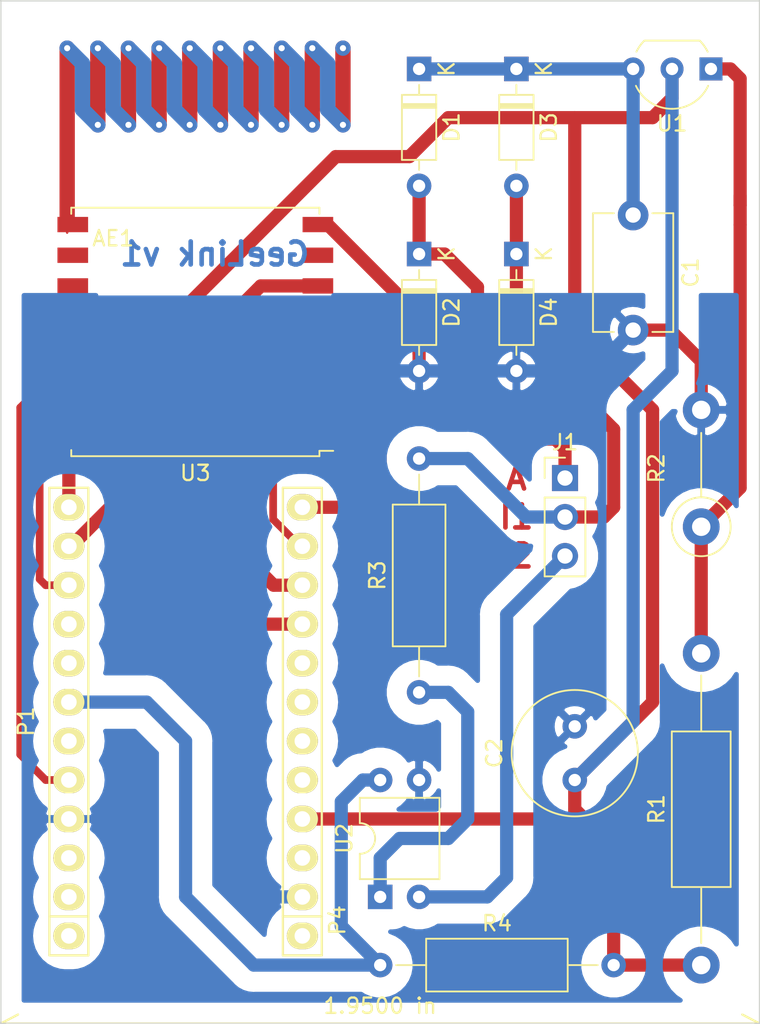
<source format=kicad_pcb>
(kicad_pcb (version 20171130) (host pcbnew "(5.1.5)-3")

  (general
    (thickness 1.6)
    (drawings 17)
    (tracks 135)
    (zones 0)
    (modules 17)
    (nets 36)
  )

  (page A4)
  (title_block
    (date "sam. 04 avril 2015")
  )

  (layers
    (0 F.Cu signal)
    (31 B.Cu signal hide)
    (32 B.Adhes user)
    (33 F.Adhes user)
    (34 B.Paste user)
    (35 F.Paste user)
    (36 B.SilkS user)
    (37 F.SilkS user hide)
    (38 B.Mask user)
    (39 F.Mask user)
    (40 Dwgs.User user)
    (41 Cmts.User user)
    (42 Eco1.User user)
    (43 Eco2.User user)
    (44 Edge.Cuts user)
    (45 Margin user)
    (46 B.CrtYd user)
    (47 F.CrtYd user)
    (48 B.Fab user)
    (49 F.Fab user hide)
  )

  (setup
    (last_trace_width 0.86)
    (user_trace_width 0.5)
    (user_trace_width 0.86)
    (trace_clearance 0.2)
    (zone_clearance 1.31)
    (zone_45_only no)
    (trace_min 0.2)
    (via_size 0.6)
    (via_drill 0.4)
    (via_min_size 0.4)
    (via_min_drill 0.3)
    (uvia_size 0.3)
    (uvia_drill 0.1)
    (uvias_allowed no)
    (uvia_min_size 0.2)
    (uvia_min_drill 0.1)
    (edge_width 0.1)
    (segment_width 0.15)
    (pcb_text_width 0.3)
    (pcb_text_size 1.5 1.5)
    (mod_edge_width 0.15)
    (mod_text_size 1 1)
    (mod_text_width 0.15)
    (pad_size 1.5 1.5)
    (pad_drill 0.6)
    (pad_to_mask_clearance 0)
    (aux_axis_origin 137.16 114.3)
    (visible_elements 7FFFFFFF)
    (pcbplotparams
      (layerselection 0x010f0_ffffffff)
      (usegerberextensions true)
      (usegerberattributes false)
      (usegerberadvancedattributes true)
      (creategerberjobfile false)
      (excludeedgelayer true)
      (linewidth 0.100000)
      (plotframeref false)
      (viasonmask false)
      (mode 1)
      (useauxorigin false)
      (hpglpennumber 1)
      (hpglpenspeed 20)
      (hpglpendiameter 15.000000)
      (psnegative false)
      (psa4output false)
      (plotreference true)
      (plotvalue true)
      (plotinvisibletext false)
      (padsonsilk false)
      (subtractmaskfromsilk false)
      (outputformat 1)
      (mirror false)
      (drillshape 0)
      (scaleselection 1)
      (outputdirectory "D:/OneDrive - Danang University of Technology/OneDrive/LoRa/G2Elab/Stage/Git/GeeLink/KiCad/GeeLink_v1/PCB/Gerber"))
  )

  (net 0 "")
  (net 1 "/1(Tx)")
  (net 2 "/0(Rx)")
  (net 3 GND)
  (net 4 "/3(**)")
  (net 5 "/5(**)")
  (net 6 "/6(**)")
  (net 7 VCC)
  (net 8 /RAW)
  (net 9 /A3)
  (net 10 /A2)
  (net 11 /A1)
  (net 12 /A0)
  (net 13 /ANT)
  (net 14 "Net-(C1-Pad1)")
  (net 15 A)
  (net 16 I1)
  (net 17 I2)
  (net 18 RX)
  (net 19 /DI02)
  (net 20 /DI01)
  (net 21 /DI00)
  (net 22 /DI04)
  (net 23 /DI03)
  (net 24 /MISO)
  (net 25 /MOSI)
  (net 26 /SCK)
  (net 27 /NSS)
  (net 28 /RESET)
  (net 29 /DI05)
  (net 30 "Net-(R1-Pad2)")
  (net 31 "Net-(R3-Pad1)")
  (net 32 "Net-(U3-Pad10)")
  (net 33 "Net-(U3-Pad1)")
  (net 34 "Net-(P1-Pad3)")
  (net 35 "Net-(P4-Pad3)")

  (net_class Default "This is the default net class."
    (clearance 0.2)
    (trace_width 0.25)
    (via_dia 0.6)
    (via_drill 0.4)
    (uvia_dia 0.3)
    (uvia_drill 0.1)
    (add_net "/0(Rx)")
    (add_net "/1(Tx)")
    (add_net "/3(**)")
    (add_net "/5(**)")
    (add_net "/6(**)")
    (add_net /A0)
    (add_net /A1)
    (add_net /A2)
    (add_net /A3)
    (add_net /ANT)
    (add_net /DI00)
    (add_net /DI01)
    (add_net /DI02)
    (add_net /DI03)
    (add_net /DI04)
    (add_net /DI05)
    (add_net /MISO)
    (add_net /MOSI)
    (add_net /NSS)
    (add_net /RAW)
    (add_net /RESET)
    (add_net /SCK)
    (add_net A)
    (add_net GND)
    (add_net I1)
    (add_net I2)
    (add_net "Net-(C1-Pad1)")
    (add_net "Net-(P1-Pad3)")
    (add_net "Net-(P4-Pad3)")
    (add_net "Net-(R1-Pad2)")
    (add_net "Net-(R3-Pad1)")
    (add_net "Net-(U3-Pad1)")
    (add_net "Net-(U3-Pad10)")
    (add_net RX)
    (add_net VCC)
  )

  (module RF_Module:HOPERF_RFM9XW_SMD (layer F.Cu) (tedit 5C227243) (tstamp 5ED6E04D)
    (at 156.845 60.96 180)
    (descr "Low Power Long Range Transceiver Module SMD-16 (https://www.hoperf.com/data/upload/portal/20181127/5bfcbea20e9ef.pdf)")
    (tags "LoRa Low Power Long Range Transceiver Module")
    (path /5CDAB59A)
    (attr smd)
    (fp_text reference U3 (at 0 -9.2) (layer F.SilkS)
      (effects (font (size 1 1) (thickness 0.15)))
    )
    (fp_text value RFM95W-868S2 (at 0 9.5) (layer F.Fab)
      (effects (font (size 1 1) (thickness 0.15)))
    )
    (fp_line (start -7 -8) (end -8 -7) (layer F.Fab) (width 0.1))
    (fp_line (start -8.1 -7.75) (end -9 -7.75) (layer F.SilkS) (width 0.12))
    (fp_line (start -8.1 -8.1) (end -8.1 -7.75) (layer F.SilkS) (width 0.12))
    (fp_line (start 8.1 8.1) (end 8.1 7.7) (layer F.SilkS) (width 0.12))
    (fp_line (start -8.1 8.1) (end 8.1 8.1) (layer F.SilkS) (width 0.12))
    (fp_line (start -8.1 7.7) (end -8.1 8.1) (layer F.SilkS) (width 0.12))
    (fp_line (start 8.1 -8.1) (end 8.1 -7.7) (layer F.SilkS) (width 0.12))
    (fp_line (start -8.1 -8.1) (end 8.1 -8.1) (layer F.SilkS) (width 0.12))
    (fp_line (start -9.25 8.25) (end -9.25 -8.25) (layer F.CrtYd) (width 0.05))
    (fp_line (start -9.25 8.25) (end 9.25 8.25) (layer F.CrtYd) (width 0.05))
    (fp_line (start 9.25 -8.25) (end 9.25 8.25) (layer F.CrtYd) (width 0.05))
    (fp_line (start -9.25 -8.25) (end 9.25 -8.25) (layer F.CrtYd) (width 0.05))
    (fp_text user %R (at 0 0) (layer F.Fab)
      (effects (font (size 1 1) (thickness 0.15)))
    )
    (fp_line (start -8 8) (end -8 -7) (layer F.Fab) (width 0.1))
    (fp_line (start -8 8) (end 8 8) (layer F.Fab) (width 0.1))
    (fp_line (start 8 8) (end 8 -8) (layer F.Fab) (width 0.1))
    (fp_line (start -7 -8) (end 8 -8) (layer F.Fab) (width 0.1))
    (pad 16 smd rect (at 8 -7 180) (size 2 1) (layers F.Cu F.Paste F.Mask)
      (net 19 /DI02))
    (pad 15 smd rect (at 8 -5 180) (size 2 1) (layers F.Cu F.Paste F.Mask)
      (net 20 /DI01))
    (pad 14 smd rect (at 8 -3 180) (size 2 1) (layers F.Cu F.Paste F.Mask)
      (net 21 /DI00))
    (pad 13 smd rect (at 8 -1 180) (size 2 1) (layers F.Cu F.Paste F.Mask)
      (net 7 VCC))
    (pad 12 smd rect (at 8 1 180) (size 2 1) (layers F.Cu F.Paste F.Mask)
      (net 22 /DI04))
    (pad 11 smd rect (at 8 3 180) (size 2 1) (layers F.Cu F.Paste F.Mask)
      (net 23 /DI03))
    (pad 10 smd rect (at 8 5 180) (size 2 1) (layers F.Cu F.Paste F.Mask)
      (net 32 "Net-(U3-Pad10)"))
    (pad 9 smd rect (at 8 7 180) (size 2 1) (layers F.Cu F.Paste F.Mask)
      (net 13 /ANT))
    (pad 8 smd rect (at -8 7 180) (size 2 1) (layers F.Cu F.Paste F.Mask)
      (net 3 GND))
    (pad 7 smd rect (at -8 5 180) (size 2 1) (layers F.Cu F.Paste F.Mask)
      (net 29 /DI05))
    (pad 6 smd rect (at -8 3 180) (size 2 1) (layers F.Cu F.Paste F.Mask)
      (net 28 /RESET))
    (pad 5 smd rect (at -8 1 180) (size 2 1) (layers F.Cu F.Paste F.Mask)
      (net 27 /NSS))
    (pad 4 smd rect (at -8 -1 180) (size 2 1) (layers F.Cu F.Paste F.Mask)
      (net 26 /SCK))
    (pad 3 smd rect (at -8 -3 180) (size 2 1) (layers F.Cu F.Paste F.Mask)
      (net 25 /MOSI))
    (pad 2 smd rect (at -8 -5 180) (size 2 1) (layers F.Cu F.Paste F.Mask)
      (net 24 /MISO))
    (pad 1 smd rect (at -8 -7 180) (size 2 1) (layers F.Cu F.Paste F.Mask)
      (net 33 "Net-(U3-Pad1)"))
    (model ${KISYS3DMOD}/RF_Module.3dshapes/HOPERF_RFM9XW_SMD.wrl
      (at (xyz 0 0 0))
      (scale (xyz 1 1 1))
      (rotate (xyz 0 0 0))
    )
  )

  (module Resistor_THT:R_Axial_DIN0411_L9.9mm_D3.6mm_P7.62mm_Vertical (layer F.Cu) (tedit 5AE5139B) (tstamp 5ED6DFCE)
    (at 189.865 73.66 90)
    (descr "Resistor, Axial_DIN0411 series, Axial, Vertical, pin pitch=7.62mm, 1W, length*diameter=9.9*3.6mm^2")
    (tags "Resistor Axial_DIN0411 series Axial Vertical pin pitch 7.62mm 1W length 9.9mm diameter 3.6mm")
    (path /5ED701F9)
    (fp_text reference R2 (at 3.81 -2.92 90) (layer F.SilkS)
      (effects (font (size 1 1) (thickness 0.15)))
    )
    (fp_text value R_Adj (at 3.81 2.92 90) (layer F.Fab)
      (effects (font (size 1 1) (thickness 0.15)))
    )
    (fp_circle (center 0 0) (end 1.8 0) (layer F.Fab) (width 0.1))
    (fp_circle (center 0 0) (end 1.92 0) (layer F.SilkS) (width 0.12))
    (fp_line (start 0 0) (end 7.62 0) (layer F.Fab) (width 0.1))
    (fp_line (start 1.92 0) (end 6.12 0) (layer F.SilkS) (width 0.12))
    (fp_line (start -2.05 -2.05) (end -2.05 2.05) (layer F.CrtYd) (width 0.05))
    (fp_line (start -2.05 2.05) (end 9.07 2.05) (layer F.CrtYd) (width 0.05))
    (fp_line (start 9.07 2.05) (end 9.07 -2.05) (layer F.CrtYd) (width 0.05))
    (fp_line (start 9.07 -2.05) (end -2.05 -2.05) (layer F.CrtYd) (width 0.05))
    (fp_text user %R (at 3.81 -2.92 90) (layer F.Fab)
      (effects (font (size 1 1) (thickness 0.15)))
    )
    (pad 1 thru_hole circle (at 0 0 90) (size 2.4 2.4) (drill 1.2) (layers *.Cu *.Mask)
      (net 30 "Net-(R1-Pad2)"))
    (pad 2 thru_hole oval (at 7.62 0 90) (size 2.4 2.4) (drill 1.2) (layers *.Cu *.Mask)
      (net 3 GND))
    (model ${KISYS3DMOD}/Resistor_THT.3dshapes/R_Axial_DIN0411_L9.9mm_D3.6mm_P7.62mm_Vertical.wrl
      (at (xyz 0 0 0))
      (scale (xyz 1 1 1))
      (rotate (xyz 0 0 0))
    )
  )

  (module Socket_Arduino_Pro_Mini:Socket_Strip_Arduino_1x12 locked (layer F.Cu) (tedit 55216A20) (tstamp 5EF5FDCE)
    (at 148.59 100.33 90)
    (descr "Through hole socket strip")
    (tags "socket strip")
    (path /56D754D1)
    (fp_text reference P1 (at 13.97 -2.794 270) (layer F.SilkS)
      (effects (font (size 1 1) (thickness 0.15)))
    )
    (fp_text value Digital (at 18.034 -2.794 270) (layer F.Fab)
      (effects (font (size 1 1) (thickness 0.15)))
    )
    (fp_line (start 1.27 1.27) (end 1.27 -1.27) (layer F.SilkS) (width 0.15))
    (fp_line (start 29.21 -1.27) (end 1.27 -1.27) (layer F.SilkS) (width 0.15))
    (fp_line (start 29.21 1.27) (end 29.21 -1.27) (layer F.SilkS) (width 0.15))
    (fp_line (start 1.27 1.27) (end 29.21 1.27) (layer F.SilkS) (width 0.15))
    (fp_line (start -1.75 1.75) (end 29.7 1.75) (layer F.CrtYd) (width 0.05))
    (fp_line (start -1.75 -1.75) (end 29.7 -1.75) (layer F.CrtYd) (width 0.05))
    (fp_line (start 29.7 -1.75) (end 29.7 1.75) (layer F.CrtYd) (width 0.05))
    (fp_line (start -1.75 -1.75) (end -1.75 1.75) (layer F.CrtYd) (width 0.05))
    (fp_line (start -1.27 1.27) (end 1.27 1.27) (layer F.SilkS) (width 0.15))
    (fp_line (start -1.27 -1.27) (end -1.27 1.27) (layer F.SilkS) (width 0.15))
    (fp_line (start 1.27 -1.27) (end -1.27 -1.27) (layer F.SilkS) (width 0.15))
    (pad 12 thru_hole oval (at 27.94 0 90) (size 1.7272 2.032) (drill 1.016) (layers *.Cu *.Mask F.SilkS)
      (net 19 /DI02))
    (pad 11 thru_hole oval (at 25.4 0 90) (size 1.7272 2.032) (drill 1.016) (layers *.Cu *.Mask F.SilkS)
      (net 28 /RESET))
    (pad 10 thru_hole oval (at 22.86 0 90) (size 1.7272 2.032) (drill 1.016) (layers *.Cu *.Mask F.SilkS)
      (net 20 /DI01))
    (pad 9 thru_hole oval (at 20.32 0 90) (size 1.7272 2.032) (drill 1.016) (layers *.Cu *.Mask F.SilkS)
      (net 6 "/6(**)"))
    (pad 8 thru_hole oval (at 17.78 0 90) (size 1.7272 2.032) (drill 1.016) (layers *.Cu *.Mask F.SilkS)
      (net 5 "/5(**)"))
    (pad 7 thru_hole oval (at 15.24 0 90) (size 1.7272 2.032) (drill 1.016) (layers *.Cu *.Mask F.SilkS)
      (net 18 RX))
    (pad 6 thru_hole oval (at 12.7 0 90) (size 1.7272 2.032) (drill 1.016) (layers *.Cu *.Mask F.SilkS)
      (net 4 "/3(**)"))
    (pad 5 thru_hole oval (at 10.16 0 90) (size 1.7272 2.032) (drill 1.016) (layers *.Cu *.Mask F.SilkS)
      (net 21 /DI00))
    (pad 4 thru_hole oval (at 7.62 0 90) (size 1.7272 2.032) (drill 1.016) (layers *.Cu *.Mask F.SilkS)
      (net 3 GND))
    (pad 3 thru_hole oval (at 5.08 0 90) (size 1.7272 2.032) (drill 1.016) (layers *.Cu *.Mask F.SilkS)
      (net 34 "Net-(P1-Pad3)"))
    (pad 2 thru_hole oval (at 2.54 0 90) (size 1.7272 2.032) (drill 1.016) (layers *.Cu *.Mask F.SilkS)
      (net 2 "/0(Rx)"))
    (pad 1 thru_hole oval (at 0 0 90) (size 1.7272 2.032) (drill 1.016) (layers *.Cu *.Mask F.SilkS)
      (net 1 "/1(Tx)"))
    (model ${KIPRJMOD}/Socket_Arduino_Pro_Mini.3dshapes/Socket_header_Arduino_1x12.wrl
      (offset (xyz 13.96999979019165 0 0))
      (scale (xyz 1 1 1))
      (rotate (xyz 0 0 180))
    )
  )

  (module Socket_Arduino_Pro_Mini:Socket_Strip_Arduino_1x12 locked (layer F.Cu) (tedit 5521133F) (tstamp 5EF5FBEF)
    (at 163.83 100.33 90)
    (descr "Through hole socket strip")
    (tags "socket strip")
    (path /56D755F3)
    (fp_text reference P4 (at 1.016 2.286 270) (layer F.SilkS)
      (effects (font (size 1 1) (thickness 0.15)))
    )
    (fp_text value Analog (at 4.826 2.54 270) (layer F.Fab)
      (effects (font (size 1 1) (thickness 0.15)))
    )
    (fp_line (start 1.27 1.27) (end 1.27 -1.27) (layer F.SilkS) (width 0.15))
    (fp_line (start 29.21 -1.27) (end 1.27 -1.27) (layer F.SilkS) (width 0.15))
    (fp_line (start 29.21 1.27) (end 29.21 -1.27) (layer F.SilkS) (width 0.15))
    (fp_line (start 1.27 1.27) (end 29.21 1.27) (layer F.SilkS) (width 0.15))
    (fp_line (start -1.75 1.75) (end 29.7 1.75) (layer F.CrtYd) (width 0.05))
    (fp_line (start -1.75 -1.75) (end 29.7 -1.75) (layer F.CrtYd) (width 0.05))
    (fp_line (start 29.7 -1.75) (end 29.7 1.75) (layer F.CrtYd) (width 0.05))
    (fp_line (start -1.75 -1.75) (end -1.75 1.75) (layer F.CrtYd) (width 0.05))
    (fp_line (start -1.27 1.27) (end 1.27 1.27) (layer F.SilkS) (width 0.15))
    (fp_line (start -1.27 -1.27) (end -1.27 1.27) (layer F.SilkS) (width 0.15))
    (fp_line (start 1.27 -1.27) (end -1.27 -1.27) (layer F.SilkS) (width 0.15))
    (pad 12 thru_hole oval (at 27.94 0 90) (size 1.7272 2.032) (drill 1.016) (layers *.Cu *.Mask F.SilkS)
      (net 27 /NSS))
    (pad 11 thru_hole oval (at 25.4 0 90) (size 1.7272 2.032) (drill 1.016) (layers *.Cu *.Mask F.SilkS)
      (net 25 /MOSI))
    (pad 10 thru_hole oval (at 22.86 0 90) (size 1.7272 2.032) (drill 1.016) (layers *.Cu *.Mask F.SilkS)
      (net 24 /MISO))
    (pad 9 thru_hole oval (at 20.32 0 90) (size 1.7272 2.032) (drill 1.016) (layers *.Cu *.Mask F.SilkS)
      (net 26 /SCK))
    (pad 8 thru_hole oval (at 17.78 0 90) (size 1.7272 2.032) (drill 1.016) (layers *.Cu *.Mask F.SilkS)
      (net 12 /A0))
    (pad 7 thru_hole oval (at 15.24 0 90) (size 1.7272 2.032) (drill 1.016) (layers *.Cu *.Mask F.SilkS)
      (net 11 /A1))
    (pad 6 thru_hole oval (at 12.7 0 90) (size 1.7272 2.032) (drill 1.016) (layers *.Cu *.Mask F.SilkS)
      (net 10 /A2))
    (pad 5 thru_hole oval (at 10.16 0 90) (size 1.7272 2.032) (drill 1.016) (layers *.Cu *.Mask F.SilkS)
      (net 9 /A3))
    (pad 4 thru_hole oval (at 7.62 0 90) (size 1.7272 2.032) (drill 1.016) (layers *.Cu *.Mask F.SilkS)
      (net 7 VCC))
    (pad 3 thru_hole oval (at 5.08 0 90) (size 1.7272 2.032) (drill 1.016) (layers *.Cu *.Mask F.SilkS)
      (net 35 "Net-(P4-Pad3)"))
    (pad 2 thru_hole oval (at 2.54 0 90) (size 1.7272 2.032) (drill 1.016) (layers *.Cu *.Mask F.SilkS)
      (net 3 GND))
    (pad 1 thru_hole oval (at 0 0 90) (size 1.7272 2.032) (drill 1.016) (layers *.Cu *.Mask F.SilkS)
      (net 8 /RAW))
    (model ${KIPRJMOD}/Socket_Arduino_Pro_Mini.3dshapes/Socket_header_Arduino_1x12.wrl
      (offset (xyz 13.96999979019165 0 0))
      (scale (xyz 1 1 1))
      (rotate (xyz 0 0 180))
    )
  )

  (module RF_Antenna:Texas_SWRA416_868MHz_915MHz (layer F.Cu) (tedit 5CF40AFD) (tstamp 5ED6DEA9)
    (at 157.48 48.26)
    (descr http://www.ti.com/lit/an/swra416/swra416.pdf)
    (tags "PCB antenna")
    (path /5CDCCC59)
    (attr smd)
    (fp_text reference AE1 (at -6 6.6) (layer F.SilkS)
      (effects (font (size 1 1) (thickness 0.15)))
    )
    (fp_text value Antenna (at 0.1 -7.6) (layer F.Fab)
      (effects (font (size 1 1) (thickness 0.15)))
    )
    (fp_text user %R (at -0.4 6.6) (layer F.Fab)
      (effects (font (size 1 1) (thickness 0.15)))
    )
    (fp_line (start -9.9 5.9) (end 9.9 5.9) (layer B.CrtYd) (width 0.05))
    (fp_line (start -9.9 -6.7) (end -9.9 5.9) (layer B.CrtYd) (width 0.05))
    (fp_line (start 9.9 5.9) (end 9.9 -6.7) (layer B.CrtYd) (width 0.05))
    (fp_line (start 9.9 -6.7) (end -9.9 -6.7) (layer B.CrtYd) (width 0.05))
    (fp_line (start 9.9 -6.7) (end -9.9 -6.7) (layer F.CrtYd) (width 0.05))
    (fp_line (start 9.9 5.9) (end 9.9 -6.7) (layer F.CrtYd) (width 0.05))
    (fp_line (start -9.9 5.9) (end 9.9 5.9) (layer F.CrtYd) (width 0.05))
    (fp_line (start -9.9 -6.7) (end -9.9 5.9) (layer F.CrtYd) (width 0.05))
    (fp_line (start 9.7 4.1) (end 8.2 5.7) (layer Dwgs.User) (width 0.12))
    (fp_line (start -8 -1.8) (end -7 -0.8) (layer B.Cu) (width 1))
    (fp_line (start -8 -4.8) (end -8 -1.8) (layer B.Cu) (width 1))
    (fp_line (start -9 -5.8) (end -8 -4.8) (layer B.Cu) (width 1))
    (fp_line (start -9 5.2) (end -9 -5.8) (layer F.Cu) (width 1))
    (fp_line (start -7 -5.8) (end -7 -0.8) (layer F.Cu) (width 1))
    (fp_line (start -5 -5.8) (end -5 -0.8) (layer F.Cu) (width 1))
    (fp_line (start -6 -1.8) (end -5 -0.8) (layer B.Cu) (width 1))
    (fp_line (start -7 -5.8) (end -6 -4.8) (layer B.Cu) (width 1))
    (fp_line (start -6 -4.8) (end -6 -1.8) (layer B.Cu) (width 1))
    (fp_line (start -3 -5.8) (end -3 -0.8) (layer F.Cu) (width 1))
    (fp_line (start -4 -1.8) (end -3 -0.8) (layer B.Cu) (width 1))
    (fp_line (start -5 -5.8) (end -4 -4.8) (layer B.Cu) (width 1))
    (fp_line (start -4 -4.8) (end -4 -1.8) (layer B.Cu) (width 1))
    (fp_line (start -1 -5.8) (end -1 -0.8) (layer F.Cu) (width 1))
    (fp_line (start -2 -4.8) (end -2 -1.8) (layer B.Cu) (width 1))
    (fp_line (start -2 -1.8) (end -1 -0.8) (layer B.Cu) (width 1))
    (fp_line (start -3 -5.8) (end -2 -4.8) (layer B.Cu) (width 1))
    (fp_line (start 1 -5.8) (end 1 -0.8) (layer F.Cu) (width 1))
    (fp_line (start 0 -4.8) (end 0 -1.8) (layer B.Cu) (width 1))
    (fp_line (start 0 -1.8) (end 1 -0.8) (layer B.Cu) (width 1))
    (fp_line (start -1 -5.8) (end 0 -4.8) (layer B.Cu) (width 1))
    (fp_line (start 3 -5.8) (end 3 -0.8) (layer F.Cu) (width 1))
    (fp_line (start 2 -4.8) (end 2 -1.8) (layer B.Cu) (width 1))
    (fp_line (start 2 -1.8) (end 3 -0.8) (layer B.Cu) (width 1))
    (fp_line (start 1 -5.8) (end 2 -4.8) (layer B.Cu) (width 1))
    (fp_line (start 5 -5.8) (end 5 -0.8) (layer F.Cu) (width 1))
    (fp_line (start 4 -4.8) (end 4 -1.8) (layer B.Cu) (width 1))
    (fp_line (start 4 -1.8) (end 5 -0.8) (layer B.Cu) (width 1))
    (fp_line (start 3 -5.8) (end 4 -4.8) (layer B.Cu) (width 1))
    (fp_line (start 7 -5.8) (end 7 -0.8) (layer F.Cu) (width 1))
    (fp_line (start 6 -4.8) (end 6 -1.8) (layer B.Cu) (width 1))
    (fp_line (start 6 -1.8) (end 7 -0.8) (layer B.Cu) (width 1))
    (fp_line (start 5 -5.8) (end 6 -4.8) (layer B.Cu) (width 1))
    (fp_line (start 9 -5.8) (end 9 -0.8) (layer F.Cu) (width 1))
    (fp_line (start 8 -4.8) (end 8 -1.8) (layer B.Cu) (width 1))
    (fp_line (start 8 -1.8) (end 9 -0.8) (layer B.Cu) (width 1))
    (fp_line (start 7 -5.8) (end 8 -4.8) (layer B.Cu) (width 1))
    (fp_line (start -9.7 -6.5) (end -9.7 5.7) (layer Dwgs.User) (width 0.15))
    (fp_line (start -9.7 5.7) (end 9.7 5.7) (layer Dwgs.User) (width 0.15))
    (fp_line (start 9.7 5.7) (end 9.7 -6.5) (layer Dwgs.User) (width 0.15))
    (fp_line (start 9.7 -6.5) (end -9.7 -6.5) (layer Dwgs.User) (width 0.15))
    (fp_line (start -9.7 -4.5) (end -7.7 -6.5) (layer Dwgs.User) (width 0.12))
    (fp_line (start -9.7 -2.5) (end -5.7 -6.5) (layer Dwgs.User) (width 0.12))
    (fp_line (start -9.7 -0.5) (end -3.7 -6.5) (layer Dwgs.User) (width 0.12))
    (fp_line (start -9.7 1.5) (end -1.7 -6.5) (layer Dwgs.User) (width 0.12))
    (fp_line (start -9.7 3.5) (end 0.3 -6.5) (layer Dwgs.User) (width 0.12))
    (fp_line (start -9.7 5.5) (end 2.3 -6.5) (layer Dwgs.User) (width 0.12))
    (fp_line (start 4.3 -6.5) (end -7.8 5.7) (layer Dwgs.User) (width 0.12))
    (fp_line (start 6.3 -6.5) (end -5.8 5.7) (layer Dwgs.User) (width 0.12))
    (fp_line (start 8.3 -6.5) (end -3.8 5.7) (layer Dwgs.User) (width 0.12))
    (fp_line (start 9.7 -5.9) (end -1.8 5.7) (layer Dwgs.User) (width 0.12))
    (fp_line (start 9.7 -3.9) (end 0.2 5.7) (layer Dwgs.User) (width 0.12))
    (fp_line (start 9.7 -1.9) (end 2.3 5.7) (layer Dwgs.User) (width 0.12))
    (fp_line (start 9.7 0.1) (end 4.3 5.7) (layer Dwgs.User) (width 0.12))
    (fp_line (start 9.7 2.1) (end 6.2 5.7) (layer Dwgs.User) (width 0.12))
    (pad 1 smd trapezoid (at -9 5.9 180) (size 0.4 0.8) (rect_delta 0 0.3 ) (layers F.Cu)
      (net 13 /ANT))
    (pad "" thru_hole circle (at -9 -5.8 180) (size 1 1) (drill 0.4) (layers *.Cu))
    (pad "" thru_hole circle (at -7 -0.8 180) (size 1 1) (drill 0.4) (layers *.Cu))
    (pad "" thru_hole circle (at -7 -5.8 180) (size 1 1) (drill 0.4) (layers *.Cu))
    (pad "" thru_hole circle (at -5 -5.8 180) (size 1 1) (drill 0.4) (layers *.Cu))
    (pad "" thru_hole circle (at -5 -0.8 180) (size 1 1) (drill 0.4) (layers *.Cu))
    (pad "" thru_hole circle (at -3 -0.8 180) (size 1 1) (drill 0.4) (layers *.Cu))
    (pad "" thru_hole circle (at -3 -5.8 180) (size 1 1) (drill 0.4) (layers *.Cu))
    (pad "" thru_hole circle (at -1 -5.8 180) (size 1 1) (drill 0.4) (layers *.Cu))
    (pad "" thru_hole circle (at -1 -0.8 180) (size 1 1) (drill 0.4) (layers *.Cu))
    (pad "" thru_hole circle (at 1 -0.8 180) (size 1 1) (drill 0.4) (layers *.Cu))
    (pad "" thru_hole circle (at 1 -5.8 180) (size 1 1) (drill 0.4) (layers *.Cu))
    (pad "" thru_hole circle (at 3 -5.8 180) (size 1 1) (drill 0.4) (layers *.Cu))
    (pad "" thru_hole circle (at 3 -0.8 180) (size 1 1) (drill 0.4) (layers *.Cu))
    (pad "" thru_hole circle (at 5 -5.8 180) (size 1 1) (drill 0.4) (layers *.Cu))
    (pad "" thru_hole circle (at 5 -0.8 180) (size 1 1) (drill 0.4) (layers *.Cu))
    (pad "" thru_hole circle (at 7 -0.8 180) (size 1 1) (drill 0.4) (layers *.Cu))
    (pad "" thru_hole circle (at 7 -5.8 180) (size 1 1) (drill 0.4) (layers *.Cu))
    (pad "" thru_hole circle (at 9 -5.8 180) (size 1 1) (drill 0.4) (layers *.Cu))
    (pad "" thru_hole circle (at 9 -0.8 180) (size 1 1) (drill 0.4) (layers *.Cu))
  )

  (module Capacitor_THT:C_Disc_D7.5mm_W5.0mm_P7.50mm (layer F.Cu) (tedit 5AE50EF0) (tstamp 5ED6DEBE)
    (at 185.42 53.34 270)
    (descr "C, Disc series, Radial, pin pitch=7.50mm, , diameter*width=7.5*5.0mm^2, Capacitor, http://www.vishay.com/docs/28535/vy2series.pdf")
    (tags "C Disc series Radial pin pitch 7.50mm  diameter 7.5mm width 5.0mm Capacitor")
    (path /5ED6C8E3)
    (fp_text reference C1 (at 3.75 -3.75 90) (layer F.SilkS)
      (effects (font (size 1 1) (thickness 0.15)))
    )
    (fp_text value 1µF (at 3.75 3.75 90) (layer F.Fab)
      (effects (font (size 1 1) (thickness 0.15)))
    )
    (fp_text user %R (at 3.75 0 90) (layer F.Fab)
      (effects (font (size 1 1) (thickness 0.15)))
    )
    (fp_line (start 8.75 -2.75) (end -1.25 -2.75) (layer F.CrtYd) (width 0.05))
    (fp_line (start 8.75 2.75) (end 8.75 -2.75) (layer F.CrtYd) (width 0.05))
    (fp_line (start -1.25 2.75) (end 8.75 2.75) (layer F.CrtYd) (width 0.05))
    (fp_line (start -1.25 -2.75) (end -1.25 2.75) (layer F.CrtYd) (width 0.05))
    (fp_line (start 7.62 1.256) (end 7.62 2.62) (layer F.SilkS) (width 0.12))
    (fp_line (start 7.62 -2.62) (end 7.62 -1.256) (layer F.SilkS) (width 0.12))
    (fp_line (start -0.12 1.256) (end -0.12 2.62) (layer F.SilkS) (width 0.12))
    (fp_line (start -0.12 -2.62) (end -0.12 -1.256) (layer F.SilkS) (width 0.12))
    (fp_line (start -0.12 2.62) (end 7.62 2.62) (layer F.SilkS) (width 0.12))
    (fp_line (start -0.12 -2.62) (end 7.62 -2.62) (layer F.SilkS) (width 0.12))
    (fp_line (start 7.5 -2.5) (end 0 -2.5) (layer F.Fab) (width 0.1))
    (fp_line (start 7.5 2.5) (end 7.5 -2.5) (layer F.Fab) (width 0.1))
    (fp_line (start 0 2.5) (end 7.5 2.5) (layer F.Fab) (width 0.1))
    (fp_line (start 0 -2.5) (end 0 2.5) (layer F.Fab) (width 0.1))
    (pad 2 thru_hole circle (at 7.5 0 270) (size 2 2) (drill 1) (layers *.Cu *.Mask)
      (net 3 GND))
    (pad 1 thru_hole circle (at 0 0 270) (size 2 2) (drill 1) (layers *.Cu *.Mask)
      (net 14 "Net-(C1-Pad1)"))
    (model ${KISYS3DMOD}/Capacitor_THT.3dshapes/C_Disc_D7.5mm_W5.0mm_P7.50mm.wrl
      (at (xyz 0 0 0))
      (scale (xyz 1 1 1))
      (rotate (xyz 0 0 0))
    )
  )

  (module Capacitor_THT:C_Radial_D8.0mm_H7.0mm_P3.50mm (layer F.Cu) (tedit 5BC5C9B9) (tstamp 5ED6DEC8)
    (at 181.61 90.17 90)
    (descr "C, Radial series, Radial, pin pitch=3.50mm, diameter=8mm, height=7mm, Non-Polar Electrolytic Capacitor")
    (tags "C Radial series Radial pin pitch 3.50mm diameter 8mm height 7mm Non-Polar Electrolytic Capacitor")
    (path /5ED6CF7F)
    (fp_text reference C2 (at 1.75 -5.25 90) (layer F.SilkS)
      (effects (font (size 1 1) (thickness 0.15)))
    )
    (fp_text value C_Adj (at 1.75 5.25 90) (layer F.Fab)
      (effects (font (size 1 1) (thickness 0.15)))
    )
    (fp_circle (center 1.75 0) (end 5.75 0) (layer F.Fab) (width 0.1))
    (fp_circle (center 1.75 0) (end 5.87 0) (layer F.SilkS) (width 0.12))
    (fp_circle (center 1.75 0) (end 6 0) (layer F.CrtYd) (width 0.05))
    (fp_text user %R (at 1.75 0 90) (layer F.Fab)
      (effects (font (size 1 1) (thickness 0.15)))
    )
    (pad 1 thru_hole circle (at 0 0 90) (size 1.6 1.6) (drill 0.8) (layers *.Cu *.Mask)
      (net 7 VCC))
    (pad 2 thru_hole circle (at 3.5 0 90) (size 1.6 1.6) (drill 0.8) (layers *.Cu *.Mask)
      (net 3 GND))
    (model ${KISYS3DMOD}/Capacitor_THT.3dshapes/C_Radial_D8.0mm_H7.0mm_P3.50mm.wrl
      (at (xyz 0 0 0))
      (scale (xyz 1 1 1))
      (rotate (xyz 0 0 0))
    )
  )

  (module Diode_THT:D_DO-35_SOD27_P7.62mm_Horizontal (layer F.Cu) (tedit 5AE50CD5) (tstamp 5ED6DEE7)
    (at 171.45 43.815 270)
    (descr "Diode, DO-35_SOD27 series, Axial, Horizontal, pin pitch=7.62mm, , length*diameter=4*2mm^2, , http://www.diodes.com/_files/packages/DO-35.pdf")
    (tags "Diode DO-35_SOD27 series Axial Horizontal pin pitch 7.62mm  length 4mm diameter 2mm")
    (path /5ED685D4)
    (fp_text reference D1 (at 3.81 -2.12 90) (layer F.SilkS)
      (effects (font (size 1 1) (thickness 0.15)))
    )
    (fp_text value 1N4148 (at 3.81 2.12 90) (layer F.Fab)
      (effects (font (size 1 1) (thickness 0.15)))
    )
    (fp_line (start 1.81 -1) (end 1.81 1) (layer F.Fab) (width 0.1))
    (fp_line (start 1.81 1) (end 5.81 1) (layer F.Fab) (width 0.1))
    (fp_line (start 5.81 1) (end 5.81 -1) (layer F.Fab) (width 0.1))
    (fp_line (start 5.81 -1) (end 1.81 -1) (layer F.Fab) (width 0.1))
    (fp_line (start 0 0) (end 1.81 0) (layer F.Fab) (width 0.1))
    (fp_line (start 7.62 0) (end 5.81 0) (layer F.Fab) (width 0.1))
    (fp_line (start 2.41 -1) (end 2.41 1) (layer F.Fab) (width 0.1))
    (fp_line (start 2.51 -1) (end 2.51 1) (layer F.Fab) (width 0.1))
    (fp_line (start 2.31 -1) (end 2.31 1) (layer F.Fab) (width 0.1))
    (fp_line (start 1.69 -1.12) (end 1.69 1.12) (layer F.SilkS) (width 0.12))
    (fp_line (start 1.69 1.12) (end 5.93 1.12) (layer F.SilkS) (width 0.12))
    (fp_line (start 5.93 1.12) (end 5.93 -1.12) (layer F.SilkS) (width 0.12))
    (fp_line (start 5.93 -1.12) (end 1.69 -1.12) (layer F.SilkS) (width 0.12))
    (fp_line (start 1.04 0) (end 1.69 0) (layer F.SilkS) (width 0.12))
    (fp_line (start 6.58 0) (end 5.93 0) (layer F.SilkS) (width 0.12))
    (fp_line (start 2.41 -1.12) (end 2.41 1.12) (layer F.SilkS) (width 0.12))
    (fp_line (start 2.53 -1.12) (end 2.53 1.12) (layer F.SilkS) (width 0.12))
    (fp_line (start 2.29 -1.12) (end 2.29 1.12) (layer F.SilkS) (width 0.12))
    (fp_line (start -1.05 -1.25) (end -1.05 1.25) (layer F.CrtYd) (width 0.05))
    (fp_line (start -1.05 1.25) (end 8.67 1.25) (layer F.CrtYd) (width 0.05))
    (fp_line (start 8.67 1.25) (end 8.67 -1.25) (layer F.CrtYd) (width 0.05))
    (fp_line (start 8.67 -1.25) (end -1.05 -1.25) (layer F.CrtYd) (width 0.05))
    (fp_text user %R (at 4.11 0 90) (layer F.Fab)
      (effects (font (size 0.8 0.8) (thickness 0.12)))
    )
    (fp_text user K (at 0 -1.8 90) (layer F.Fab)
      (effects (font (size 1 1) (thickness 0.15)))
    )
    (fp_text user K (at 0 -1.8 90) (layer F.SilkS)
      (effects (font (size 1 1) (thickness 0.15)))
    )
    (pad 1 thru_hole rect (at 0 0 270) (size 1.6 1.6) (drill 0.8) (layers *.Cu *.Mask)
      (net 14 "Net-(C1-Pad1)"))
    (pad 2 thru_hole oval (at 7.62 0 270) (size 1.6 1.6) (drill 0.8) (layers *.Cu *.Mask)
      (net 15 A))
    (model ${KISYS3DMOD}/Diode_THT.3dshapes/D_DO-35_SOD27_P7.62mm_Horizontal.wrl
      (at (xyz 0 0 0))
      (scale (xyz 1 1 1))
      (rotate (xyz 0 0 0))
    )
  )

  (module Diode_THT:D_DO-35_SOD27_P7.62mm_Horizontal (layer F.Cu) (tedit 5AE50CD5) (tstamp 5ED6DF06)
    (at 171.45 55.88 270)
    (descr "Diode, DO-35_SOD27 series, Axial, Horizontal, pin pitch=7.62mm, , length*diameter=4*2mm^2, , http://www.diodes.com/_files/packages/DO-35.pdf")
    (tags "Diode DO-35_SOD27 series Axial Horizontal pin pitch 7.62mm  length 4mm diameter 2mm")
    (path /5ED6C4CE)
    (fp_text reference D2 (at 3.81 -2.12 90) (layer F.SilkS)
      (effects (font (size 1 1) (thickness 0.15)))
    )
    (fp_text value 1N4148 (at 3.81 2.12 90) (layer F.Fab)
      (effects (font (size 1 1) (thickness 0.15)))
    )
    (fp_text user K (at 0 -1.8 90) (layer F.SilkS)
      (effects (font (size 1 1) (thickness 0.15)))
    )
    (fp_text user K (at 0 -1.8 90) (layer F.Fab)
      (effects (font (size 1 1) (thickness 0.15)))
    )
    (fp_text user %R (at 4.11 0 90) (layer F.Fab)
      (effects (font (size 0.8 0.8) (thickness 0.12)))
    )
    (fp_line (start 8.67 -1.25) (end -1.05 -1.25) (layer F.CrtYd) (width 0.05))
    (fp_line (start 8.67 1.25) (end 8.67 -1.25) (layer F.CrtYd) (width 0.05))
    (fp_line (start -1.05 1.25) (end 8.67 1.25) (layer F.CrtYd) (width 0.05))
    (fp_line (start -1.05 -1.25) (end -1.05 1.25) (layer F.CrtYd) (width 0.05))
    (fp_line (start 2.29 -1.12) (end 2.29 1.12) (layer F.SilkS) (width 0.12))
    (fp_line (start 2.53 -1.12) (end 2.53 1.12) (layer F.SilkS) (width 0.12))
    (fp_line (start 2.41 -1.12) (end 2.41 1.12) (layer F.SilkS) (width 0.12))
    (fp_line (start 6.58 0) (end 5.93 0) (layer F.SilkS) (width 0.12))
    (fp_line (start 1.04 0) (end 1.69 0) (layer F.SilkS) (width 0.12))
    (fp_line (start 5.93 -1.12) (end 1.69 -1.12) (layer F.SilkS) (width 0.12))
    (fp_line (start 5.93 1.12) (end 5.93 -1.12) (layer F.SilkS) (width 0.12))
    (fp_line (start 1.69 1.12) (end 5.93 1.12) (layer F.SilkS) (width 0.12))
    (fp_line (start 1.69 -1.12) (end 1.69 1.12) (layer F.SilkS) (width 0.12))
    (fp_line (start 2.31 -1) (end 2.31 1) (layer F.Fab) (width 0.1))
    (fp_line (start 2.51 -1) (end 2.51 1) (layer F.Fab) (width 0.1))
    (fp_line (start 2.41 -1) (end 2.41 1) (layer F.Fab) (width 0.1))
    (fp_line (start 7.62 0) (end 5.81 0) (layer F.Fab) (width 0.1))
    (fp_line (start 0 0) (end 1.81 0) (layer F.Fab) (width 0.1))
    (fp_line (start 5.81 -1) (end 1.81 -1) (layer F.Fab) (width 0.1))
    (fp_line (start 5.81 1) (end 5.81 -1) (layer F.Fab) (width 0.1))
    (fp_line (start 1.81 1) (end 5.81 1) (layer F.Fab) (width 0.1))
    (fp_line (start 1.81 -1) (end 1.81 1) (layer F.Fab) (width 0.1))
    (pad 2 thru_hole oval (at 7.62 0 270) (size 1.6 1.6) (drill 0.8) (layers *.Cu *.Mask)
      (net 3 GND))
    (pad 1 thru_hole rect (at 0 0 270) (size 1.6 1.6) (drill 0.8) (layers *.Cu *.Mask)
      (net 15 A))
    (model ${KISYS3DMOD}/Diode_THT.3dshapes/D_DO-35_SOD27_P7.62mm_Horizontal.wrl
      (at (xyz 0 0 0))
      (scale (xyz 1 1 1))
      (rotate (xyz 0 0 0))
    )
  )

  (module Diode_THT:D_DO-35_SOD27_P7.62mm_Horizontal (layer F.Cu) (tedit 5AE50CD5) (tstamp 5ED6DF25)
    (at 177.8 43.815 270)
    (descr "Diode, DO-35_SOD27 series, Axial, Horizontal, pin pitch=7.62mm, , length*diameter=4*2mm^2, , http://www.diodes.com/_files/packages/DO-35.pdf")
    (tags "Diode DO-35_SOD27 series Axial Horizontal pin pitch 7.62mm  length 4mm diameter 2mm")
    (path /5ED697A3)
    (fp_text reference D3 (at 3.81 -2.12 90) (layer F.SilkS)
      (effects (font (size 1 1) (thickness 0.15)))
    )
    (fp_text value 1N4148 (at 3.81 2.12 90) (layer F.Fab)
      (effects (font (size 1 1) (thickness 0.15)))
    )
    (fp_text user K (at 0 -1.8 90) (layer F.SilkS)
      (effects (font (size 1 1) (thickness 0.15)))
    )
    (fp_text user K (at 0 -1.8 90) (layer F.Fab)
      (effects (font (size 1 1) (thickness 0.15)))
    )
    (fp_text user %R (at 4.11 0 90) (layer F.Fab)
      (effects (font (size 0.8 0.8) (thickness 0.12)))
    )
    (fp_line (start 8.67 -1.25) (end -1.05 -1.25) (layer F.CrtYd) (width 0.05))
    (fp_line (start 8.67 1.25) (end 8.67 -1.25) (layer F.CrtYd) (width 0.05))
    (fp_line (start -1.05 1.25) (end 8.67 1.25) (layer F.CrtYd) (width 0.05))
    (fp_line (start -1.05 -1.25) (end -1.05 1.25) (layer F.CrtYd) (width 0.05))
    (fp_line (start 2.29 -1.12) (end 2.29 1.12) (layer F.SilkS) (width 0.12))
    (fp_line (start 2.53 -1.12) (end 2.53 1.12) (layer F.SilkS) (width 0.12))
    (fp_line (start 2.41 -1.12) (end 2.41 1.12) (layer F.SilkS) (width 0.12))
    (fp_line (start 6.58 0) (end 5.93 0) (layer F.SilkS) (width 0.12))
    (fp_line (start 1.04 0) (end 1.69 0) (layer F.SilkS) (width 0.12))
    (fp_line (start 5.93 -1.12) (end 1.69 -1.12) (layer F.SilkS) (width 0.12))
    (fp_line (start 5.93 1.12) (end 5.93 -1.12) (layer F.SilkS) (width 0.12))
    (fp_line (start 1.69 1.12) (end 5.93 1.12) (layer F.SilkS) (width 0.12))
    (fp_line (start 1.69 -1.12) (end 1.69 1.12) (layer F.SilkS) (width 0.12))
    (fp_line (start 2.31 -1) (end 2.31 1) (layer F.Fab) (width 0.1))
    (fp_line (start 2.51 -1) (end 2.51 1) (layer F.Fab) (width 0.1))
    (fp_line (start 2.41 -1) (end 2.41 1) (layer F.Fab) (width 0.1))
    (fp_line (start 7.62 0) (end 5.81 0) (layer F.Fab) (width 0.1))
    (fp_line (start 0 0) (end 1.81 0) (layer F.Fab) (width 0.1))
    (fp_line (start 5.81 -1) (end 1.81 -1) (layer F.Fab) (width 0.1))
    (fp_line (start 5.81 1) (end 5.81 -1) (layer F.Fab) (width 0.1))
    (fp_line (start 1.81 1) (end 5.81 1) (layer F.Fab) (width 0.1))
    (fp_line (start 1.81 -1) (end 1.81 1) (layer F.Fab) (width 0.1))
    (pad 2 thru_hole oval (at 7.62 0 270) (size 1.6 1.6) (drill 0.8) (layers *.Cu *.Mask)
      (net 16 I1))
    (pad 1 thru_hole rect (at 0 0 270) (size 1.6 1.6) (drill 0.8) (layers *.Cu *.Mask)
      (net 14 "Net-(C1-Pad1)"))
    (model ${KISYS3DMOD}/Diode_THT.3dshapes/D_DO-35_SOD27_P7.62mm_Horizontal.wrl
      (at (xyz 0 0 0))
      (scale (xyz 1 1 1))
      (rotate (xyz 0 0 0))
    )
  )

  (module Diode_THT:D_DO-35_SOD27_P7.62mm_Horizontal (layer F.Cu) (tedit 5AE50CD5) (tstamp 5ED6DF44)
    (at 177.8 55.88 270)
    (descr "Diode, DO-35_SOD27 series, Axial, Horizontal, pin pitch=7.62mm, , length*diameter=4*2mm^2, , http://www.diodes.com/_files/packages/DO-35.pdf")
    (tags "Diode DO-35_SOD27 series Axial Horizontal pin pitch 7.62mm  length 4mm diameter 2mm")
    (path /5ED6C4D4)
    (fp_text reference D4 (at 3.81 -2.12 90) (layer F.SilkS)
      (effects (font (size 1 1) (thickness 0.15)))
    )
    (fp_text value 1N4148 (at 3.81 2.12 90) (layer F.Fab)
      (effects (font (size 1 1) (thickness 0.15)))
    )
    (fp_line (start 1.81 -1) (end 1.81 1) (layer F.Fab) (width 0.1))
    (fp_line (start 1.81 1) (end 5.81 1) (layer F.Fab) (width 0.1))
    (fp_line (start 5.81 1) (end 5.81 -1) (layer F.Fab) (width 0.1))
    (fp_line (start 5.81 -1) (end 1.81 -1) (layer F.Fab) (width 0.1))
    (fp_line (start 0 0) (end 1.81 0) (layer F.Fab) (width 0.1))
    (fp_line (start 7.62 0) (end 5.81 0) (layer F.Fab) (width 0.1))
    (fp_line (start 2.41 -1) (end 2.41 1) (layer F.Fab) (width 0.1))
    (fp_line (start 2.51 -1) (end 2.51 1) (layer F.Fab) (width 0.1))
    (fp_line (start 2.31 -1) (end 2.31 1) (layer F.Fab) (width 0.1))
    (fp_line (start 1.69 -1.12) (end 1.69 1.12) (layer F.SilkS) (width 0.12))
    (fp_line (start 1.69 1.12) (end 5.93 1.12) (layer F.SilkS) (width 0.12))
    (fp_line (start 5.93 1.12) (end 5.93 -1.12) (layer F.SilkS) (width 0.12))
    (fp_line (start 5.93 -1.12) (end 1.69 -1.12) (layer F.SilkS) (width 0.12))
    (fp_line (start 1.04 0) (end 1.69 0) (layer F.SilkS) (width 0.12))
    (fp_line (start 6.58 0) (end 5.93 0) (layer F.SilkS) (width 0.12))
    (fp_line (start 2.41 -1.12) (end 2.41 1.12) (layer F.SilkS) (width 0.12))
    (fp_line (start 2.53 -1.12) (end 2.53 1.12) (layer F.SilkS) (width 0.12))
    (fp_line (start 2.29 -1.12) (end 2.29 1.12) (layer F.SilkS) (width 0.12))
    (fp_line (start -1.05 -1.25) (end -1.05 1.25) (layer F.CrtYd) (width 0.05))
    (fp_line (start -1.05 1.25) (end 8.67 1.25) (layer F.CrtYd) (width 0.05))
    (fp_line (start 8.67 1.25) (end 8.67 -1.25) (layer F.CrtYd) (width 0.05))
    (fp_line (start 8.67 -1.25) (end -1.05 -1.25) (layer F.CrtYd) (width 0.05))
    (fp_text user %R (at 4.11 0 90) (layer F.Fab)
      (effects (font (size 0.8 0.8) (thickness 0.12)))
    )
    (fp_text user K (at 0 -1.8 90) (layer F.Fab)
      (effects (font (size 1 1) (thickness 0.15)))
    )
    (fp_text user K (at 0 -1.8 90) (layer F.SilkS)
      (effects (font (size 1 1) (thickness 0.15)))
    )
    (pad 1 thru_hole rect (at 0 0 270) (size 1.6 1.6) (drill 0.8) (layers *.Cu *.Mask)
      (net 16 I1))
    (pad 2 thru_hole oval (at 7.62 0 270) (size 1.6 1.6) (drill 0.8) (layers *.Cu *.Mask)
      (net 3 GND))
    (model ${KISYS3DMOD}/Diode_THT.3dshapes/D_DO-35_SOD27_P7.62mm_Horizontal.wrl
      (at (xyz 0 0 0))
      (scale (xyz 1 1 1))
      (rotate (xyz 0 0 0))
    )
  )

  (module Resistor_THT:R_Axial_DIN0411_L9.9mm_D3.6mm_P20.32mm_Horizontal (layer F.Cu) (tedit 5AE5139B) (tstamp 5ED6DFBF)
    (at 189.865 102.235 90)
    (descr "Resistor, Axial_DIN0411 series, Axial, Horizontal, pin pitch=20.32mm, 1W, length*diameter=9.9*3.6mm^2")
    (tags "Resistor Axial_DIN0411 series Axial Horizontal pin pitch 20.32mm 1W length 9.9mm diameter 3.6mm")
    (path /5ED70949)
    (fp_text reference R1 (at 10.16 -2.92 90) (layer F.SilkS)
      (effects (font (size 1 1) (thickness 0.15)))
    )
    (fp_text value 240 (at 10.16 2.92 90) (layer F.Fab)
      (effects (font (size 1 1) (thickness 0.15)))
    )
    (fp_line (start 5.21 -1.8) (end 5.21 1.8) (layer F.Fab) (width 0.1))
    (fp_line (start 5.21 1.8) (end 15.11 1.8) (layer F.Fab) (width 0.1))
    (fp_line (start 15.11 1.8) (end 15.11 -1.8) (layer F.Fab) (width 0.1))
    (fp_line (start 15.11 -1.8) (end 5.21 -1.8) (layer F.Fab) (width 0.1))
    (fp_line (start 0 0) (end 5.21 0) (layer F.Fab) (width 0.1))
    (fp_line (start 20.32 0) (end 15.11 0) (layer F.Fab) (width 0.1))
    (fp_line (start 5.09 -1.92) (end 5.09 1.92) (layer F.SilkS) (width 0.12))
    (fp_line (start 5.09 1.92) (end 15.23 1.92) (layer F.SilkS) (width 0.12))
    (fp_line (start 15.23 1.92) (end 15.23 -1.92) (layer F.SilkS) (width 0.12))
    (fp_line (start 15.23 -1.92) (end 5.09 -1.92) (layer F.SilkS) (width 0.12))
    (fp_line (start 1.44 0) (end 5.09 0) (layer F.SilkS) (width 0.12))
    (fp_line (start 18.88 0) (end 15.23 0) (layer F.SilkS) (width 0.12))
    (fp_line (start -1.45 -2.05) (end -1.45 2.05) (layer F.CrtYd) (width 0.05))
    (fp_line (start -1.45 2.05) (end 21.77 2.05) (layer F.CrtYd) (width 0.05))
    (fp_line (start 21.77 2.05) (end 21.77 -2.05) (layer F.CrtYd) (width 0.05))
    (fp_line (start 21.77 -2.05) (end -1.45 -2.05) (layer F.CrtYd) (width 0.05))
    (fp_text user %R (at 10.16 0 90) (layer F.Fab)
      (effects (font (size 1 1) (thickness 0.15)))
    )
    (pad 1 thru_hole circle (at 0 0 90) (size 2.4 2.4) (drill 1.2) (layers *.Cu *.Mask)
      (net 7 VCC))
    (pad 2 thru_hole oval (at 20.32 0 90) (size 2.4 2.4) (drill 1.2) (layers *.Cu *.Mask)
      (net 30 "Net-(R1-Pad2)"))
    (model ${KISYS3DMOD}/Resistor_THT.3dshapes/R_Axial_DIN0411_L9.9mm_D3.6mm_P20.32mm_Horizontal.wrl
      (at (xyz 0 0 0))
      (scale (xyz 1 1 1))
      (rotate (xyz 0 0 0))
    )
  )

  (module Resistor_THT:R_Axial_DIN0309_L9.0mm_D3.2mm_P15.24mm_Horizontal (layer F.Cu) (tedit 5AE5139B) (tstamp 5ED6DFE5)
    (at 171.45 84.455 90)
    (descr "Resistor, Axial_DIN0309 series, Axial, Horizontal, pin pitch=15.24mm, 0.5W = 1/2W, length*diameter=9*3.2mm^2, http://cdn-reichelt.de/documents/datenblatt/B400/1_4W%23YAG.pdf")
    (tags "Resistor Axial_DIN0309 series Axial Horizontal pin pitch 15.24mm 0.5W = 1/2W length 9mm diameter 3.2mm")
    (path /5ED78936)
    (fp_text reference R3 (at 7.62 -2.72 90) (layer F.SilkS)
      (effects (font (size 1 1) (thickness 0.15)))
    )
    (fp_text value 1,2K (at 7.62 2.72 90) (layer F.Fab)
      (effects (font (size 1 1) (thickness 0.15)))
    )
    (fp_line (start 3.12 -1.6) (end 3.12 1.6) (layer F.Fab) (width 0.1))
    (fp_line (start 3.12 1.6) (end 12.12 1.6) (layer F.Fab) (width 0.1))
    (fp_line (start 12.12 1.6) (end 12.12 -1.6) (layer F.Fab) (width 0.1))
    (fp_line (start 12.12 -1.6) (end 3.12 -1.6) (layer F.Fab) (width 0.1))
    (fp_line (start 0 0) (end 3.12 0) (layer F.Fab) (width 0.1))
    (fp_line (start 15.24 0) (end 12.12 0) (layer F.Fab) (width 0.1))
    (fp_line (start 3 -1.72) (end 3 1.72) (layer F.SilkS) (width 0.12))
    (fp_line (start 3 1.72) (end 12.24 1.72) (layer F.SilkS) (width 0.12))
    (fp_line (start 12.24 1.72) (end 12.24 -1.72) (layer F.SilkS) (width 0.12))
    (fp_line (start 12.24 -1.72) (end 3 -1.72) (layer F.SilkS) (width 0.12))
    (fp_line (start 1.04 0) (end 3 0) (layer F.SilkS) (width 0.12))
    (fp_line (start 14.2 0) (end 12.24 0) (layer F.SilkS) (width 0.12))
    (fp_line (start -1.05 -1.85) (end -1.05 1.85) (layer F.CrtYd) (width 0.05))
    (fp_line (start -1.05 1.85) (end 16.29 1.85) (layer F.CrtYd) (width 0.05))
    (fp_line (start 16.29 1.85) (end 16.29 -1.85) (layer F.CrtYd) (width 0.05))
    (fp_line (start 16.29 -1.85) (end -1.05 -1.85) (layer F.CrtYd) (width 0.05))
    (fp_text user %R (at 7.62 0 90) (layer F.Fab)
      (effects (font (size 1 1) (thickness 0.15)))
    )
    (pad 1 thru_hole circle (at 0 0 90) (size 1.6 1.6) (drill 0.8) (layers *.Cu *.Mask)
      (net 31 "Net-(R3-Pad1)"))
    (pad 2 thru_hole oval (at 15.24 0 90) (size 1.6 1.6) (drill 0.8) (layers *.Cu *.Mask)
      (net 16 I1))
    (model ${KISYS3DMOD}/Resistor_THT.3dshapes/R_Axial_DIN0309_L9.0mm_D3.2mm_P15.24mm_Horizontal.wrl
      (at (xyz 0 0 0))
      (scale (xyz 1 1 1))
      (rotate (xyz 0 0 0))
    )
  )

  (module Resistor_THT:R_Axial_DIN0309_L9.0mm_D3.2mm_P15.24mm_Horizontal (layer F.Cu) (tedit 5AE5139B) (tstamp 5ED6DFFC)
    (at 168.91 102.235)
    (descr "Resistor, Axial_DIN0309 series, Axial, Horizontal, pin pitch=15.24mm, 0.5W = 1/2W, length*diameter=9*3.2mm^2, http://cdn-reichelt.de/documents/datenblatt/B400/1_4W%23YAG.pdf")
    (tags "Resistor Axial_DIN0309 series Axial Horizontal pin pitch 15.24mm 0.5W = 1/2W length 9mm diameter 3.2mm")
    (path /5ED7918C)
    (fp_text reference R4 (at 7.62 -2.72) (layer F.SilkS)
      (effects (font (size 1 1) (thickness 0.15)))
    )
    (fp_text value 3.3K (at 7.62 2.72) (layer F.Fab)
      (effects (font (size 1 1) (thickness 0.15)))
    )
    (fp_text user %R (at 7.62 0) (layer F.Fab)
      (effects (font (size 1 1) (thickness 0.15)))
    )
    (fp_line (start 16.29 -1.85) (end -1.05 -1.85) (layer F.CrtYd) (width 0.05))
    (fp_line (start 16.29 1.85) (end 16.29 -1.85) (layer F.CrtYd) (width 0.05))
    (fp_line (start -1.05 1.85) (end 16.29 1.85) (layer F.CrtYd) (width 0.05))
    (fp_line (start -1.05 -1.85) (end -1.05 1.85) (layer F.CrtYd) (width 0.05))
    (fp_line (start 14.2 0) (end 12.24 0) (layer F.SilkS) (width 0.12))
    (fp_line (start 1.04 0) (end 3 0) (layer F.SilkS) (width 0.12))
    (fp_line (start 12.24 -1.72) (end 3 -1.72) (layer F.SilkS) (width 0.12))
    (fp_line (start 12.24 1.72) (end 12.24 -1.72) (layer F.SilkS) (width 0.12))
    (fp_line (start 3 1.72) (end 12.24 1.72) (layer F.SilkS) (width 0.12))
    (fp_line (start 3 -1.72) (end 3 1.72) (layer F.SilkS) (width 0.12))
    (fp_line (start 15.24 0) (end 12.12 0) (layer F.Fab) (width 0.1))
    (fp_line (start 0 0) (end 3.12 0) (layer F.Fab) (width 0.1))
    (fp_line (start 12.12 -1.6) (end 3.12 -1.6) (layer F.Fab) (width 0.1))
    (fp_line (start 12.12 1.6) (end 12.12 -1.6) (layer F.Fab) (width 0.1))
    (fp_line (start 3.12 1.6) (end 12.12 1.6) (layer F.Fab) (width 0.1))
    (fp_line (start 3.12 -1.6) (end 3.12 1.6) (layer F.Fab) (width 0.1))
    (pad 2 thru_hole oval (at 15.24 0) (size 1.6 1.6) (drill 0.8) (layers *.Cu *.Mask)
      (net 7 VCC))
    (pad 1 thru_hole circle (at 0 0) (size 1.6 1.6) (drill 0.8) (layers *.Cu *.Mask)
      (net 18 RX))
    (model ${KISYS3DMOD}/Resistor_THT.3dshapes/R_Axial_DIN0309_L9.0mm_D3.2mm_P15.24mm_Horizontal.wrl
      (at (xyz 0 0 0))
      (scale (xyz 1 1 1))
      (rotate (xyz 0 0 0))
    )
  )

  (module Package_TO_SOT_THT:TO-92_Inline_Wide (layer F.Cu) (tedit 5A02FF81) (tstamp 5ED6E010)
    (at 190.5 43.815 180)
    (descr "TO-92 leads in-line, wide, drill 0.75mm (see NXP sot054_po.pdf)")
    (tags "to-92 sc-43 sc-43a sot54 PA33 transistor")
    (path /5EDA652E)
    (fp_text reference U1 (at 2.54 -3.56) (layer F.SilkS)
      (effects (font (size 1 1) (thickness 0.15)))
    )
    (fp_text value LM317 (at 2.54 2.79) (layer F.Fab)
      (effects (font (size 1 1) (thickness 0.15)))
    )
    (fp_arc (start 2.54 0) (end 4.34 1.85) (angle -20) (layer F.SilkS) (width 0.12))
    (fp_arc (start 2.54 0) (end 2.54 -2.48) (angle -135) (layer F.Fab) (width 0.1))
    (fp_arc (start 2.54 0) (end 2.54 -2.48) (angle 135) (layer F.Fab) (width 0.1))
    (fp_arc (start 2.54 0) (end 2.54 -2.6) (angle 65) (layer F.SilkS) (width 0.12))
    (fp_arc (start 2.54 0) (end 2.54 -2.6) (angle -65) (layer F.SilkS) (width 0.12))
    (fp_arc (start 2.54 0) (end 0.74 1.85) (angle 20) (layer F.SilkS) (width 0.12))
    (fp_line (start 6.09 2.01) (end -1.01 2.01) (layer F.CrtYd) (width 0.05))
    (fp_line (start 6.09 2.01) (end 6.09 -2.73) (layer F.CrtYd) (width 0.05))
    (fp_line (start -1.01 -2.73) (end -1.01 2.01) (layer F.CrtYd) (width 0.05))
    (fp_line (start -1.01 -2.73) (end 6.09 -2.73) (layer F.CrtYd) (width 0.05))
    (fp_line (start 0.8 1.75) (end 4.3 1.75) (layer F.Fab) (width 0.1))
    (fp_line (start 0.74 1.85) (end 4.34 1.85) (layer F.SilkS) (width 0.12))
    (fp_text user %R (at 2.54 -3.56) (layer F.Fab)
      (effects (font (size 1 1) (thickness 0.15)))
    )
    (pad 1 thru_hole rect (at 0 0 270) (size 1.5 1.5) (drill 0.8) (layers *.Cu *.Mask)
      (net 30 "Net-(R1-Pad2)"))
    (pad 3 thru_hole circle (at 5.08 0 270) (size 1.5 1.5) (drill 0.8) (layers *.Cu *.Mask)
      (net 14 "Net-(C1-Pad1)"))
    (pad 2 thru_hole circle (at 2.54 0 270) (size 1.5 1.5) (drill 0.8) (layers *.Cu *.Mask)
      (net 7 VCC))
    (model ${KISYS3DMOD}/Package_TO_SOT_THT.3dshapes/TO-92_Inline_Wide.wrl
      (at (xyz 0 0 0))
      (scale (xyz 1 1 1))
      (rotate (xyz 0 0 0))
    )
  )

  (module Package_DIP:DIP-4_W7.62mm (layer F.Cu) (tedit 5A02E8C5) (tstamp 5ED6E028)
    (at 168.91 97.79 90)
    (descr "4-lead though-hole mounted DIP package, row spacing 7.62 mm (300 mils)")
    (tags "THT DIP DIL PDIP 2.54mm 7.62mm 300mil")
    (path /5ED76850)
    (fp_text reference U2 (at 3.81 -2.33 90) (layer F.SilkS)
      (effects (font (size 1 1) (thickness 0.15)))
    )
    (fp_text value PC814 (at 3.81 4.87 90) (layer F.Fab)
      (effects (font (size 1 1) (thickness 0.15)))
    )
    (fp_arc (start 3.81 -1.33) (end 2.81 -1.33) (angle -180) (layer F.SilkS) (width 0.12))
    (fp_line (start 1.635 -1.27) (end 6.985 -1.27) (layer F.Fab) (width 0.1))
    (fp_line (start 6.985 -1.27) (end 6.985 3.81) (layer F.Fab) (width 0.1))
    (fp_line (start 6.985 3.81) (end 0.635 3.81) (layer F.Fab) (width 0.1))
    (fp_line (start 0.635 3.81) (end 0.635 -0.27) (layer F.Fab) (width 0.1))
    (fp_line (start 0.635 -0.27) (end 1.635 -1.27) (layer F.Fab) (width 0.1))
    (fp_line (start 2.81 -1.33) (end 1.16 -1.33) (layer F.SilkS) (width 0.12))
    (fp_line (start 1.16 -1.33) (end 1.16 3.87) (layer F.SilkS) (width 0.12))
    (fp_line (start 1.16 3.87) (end 6.46 3.87) (layer F.SilkS) (width 0.12))
    (fp_line (start 6.46 3.87) (end 6.46 -1.33) (layer F.SilkS) (width 0.12))
    (fp_line (start 6.46 -1.33) (end 4.81 -1.33) (layer F.SilkS) (width 0.12))
    (fp_line (start -1.1 -1.55) (end -1.1 4.1) (layer F.CrtYd) (width 0.05))
    (fp_line (start -1.1 4.1) (end 8.7 4.1) (layer F.CrtYd) (width 0.05))
    (fp_line (start 8.7 4.1) (end 8.7 -1.55) (layer F.CrtYd) (width 0.05))
    (fp_line (start 8.7 -1.55) (end -1.1 -1.55) (layer F.CrtYd) (width 0.05))
    (fp_text user %R (at 3.81 1.27 90) (layer F.Fab)
      (effects (font (size 1 1) (thickness 0.15)))
    )
    (pad 1 thru_hole rect (at 0 0 90) (size 1.6 1.6) (drill 0.8) (layers *.Cu *.Mask)
      (net 31 "Net-(R3-Pad1)"))
    (pad 3 thru_hole oval (at 7.62 2.54 90) (size 1.6 1.6) (drill 0.8) (layers *.Cu *.Mask)
      (net 3 GND))
    (pad 2 thru_hole oval (at 0 2.54 90) (size 1.6 1.6) (drill 0.8) (layers *.Cu *.Mask)
      (net 17 I2))
    (pad 4 thru_hole oval (at 7.62 0 90) (size 1.6 1.6) (drill 0.8) (layers *.Cu *.Mask)
      (net 18 RX))
    (model ${KISYS3DMOD}/Package_DIP.3dshapes/DIP-4_W7.62mm.wrl
      (at (xyz 0 0 0))
      (scale (xyz 1 1 1))
      (rotate (xyz 0 0 0))
    )
  )

  (module Connector_PinHeader_2.54mm:PinHeader_1x03_P2.54mm_Vertical (layer F.Cu) (tedit 59FED5CC) (tstamp 5EF5EFE9)
    (at 180.975 70.485)
    (descr "Through hole straight pin header, 1x03, 2.54mm pitch, single row")
    (tags "Through hole pin header THT 1x03 2.54mm single row")
    (path /5EDA8D58)
    (fp_text reference J1 (at 0 -2.33) (layer F.SilkS)
      (effects (font (size 1 1) (thickness 0.15)))
    )
    (fp_text value TIC (at 0 7.41) (layer F.Fab)
      (effects (font (size 1 1) (thickness 0.15)))
    )
    (fp_text user %R (at 0 2.54 90) (layer F.Fab)
      (effects (font (size 1 1) (thickness 0.15)))
    )
    (fp_line (start 1.8 -1.8) (end -1.8 -1.8) (layer F.CrtYd) (width 0.05))
    (fp_line (start 1.8 6.85) (end 1.8 -1.8) (layer F.CrtYd) (width 0.05))
    (fp_line (start -1.8 6.85) (end 1.8 6.85) (layer F.CrtYd) (width 0.05))
    (fp_line (start -1.8 -1.8) (end -1.8 6.85) (layer F.CrtYd) (width 0.05))
    (fp_line (start -1.33 -1.33) (end 0 -1.33) (layer F.SilkS) (width 0.12))
    (fp_line (start -1.33 0) (end -1.33 -1.33) (layer F.SilkS) (width 0.12))
    (fp_line (start -1.33 1.27) (end 1.33 1.27) (layer F.SilkS) (width 0.12))
    (fp_line (start 1.33 1.27) (end 1.33 6.41) (layer F.SilkS) (width 0.12))
    (fp_line (start -1.33 1.27) (end -1.33 6.41) (layer F.SilkS) (width 0.12))
    (fp_line (start -1.33 6.41) (end 1.33 6.41) (layer F.SilkS) (width 0.12))
    (fp_line (start -1.27 -0.635) (end -0.635 -1.27) (layer F.Fab) (width 0.1))
    (fp_line (start -1.27 6.35) (end -1.27 -0.635) (layer F.Fab) (width 0.1))
    (fp_line (start 1.27 6.35) (end -1.27 6.35) (layer F.Fab) (width 0.1))
    (fp_line (start 1.27 -1.27) (end 1.27 6.35) (layer F.Fab) (width 0.1))
    (fp_line (start -0.635 -1.27) (end 1.27 -1.27) (layer F.Fab) (width 0.1))
    (pad 3 thru_hole oval (at 0 5.08) (size 1.7 1.7) (drill 1) (layers *.Cu *.Mask)
      (net 17 I2))
    (pad 2 thru_hole oval (at 0 2.54) (size 1.7 1.7) (drill 1) (layers *.Cu *.Mask)
      (net 16 I1))
    (pad 1 thru_hole rect (at 0 0) (size 1.7 1.7) (drill 1) (layers *.Cu *.Mask)
      (net 15 A))
    (model ${KISYS3DMOD}/Connector_PinHeader_2.54mm.3dshapes/PinHeader_1x03_P2.54mm_Vertical.wrl
      (at (xyz 0 0 0))
      (scale (xyz 1 1 1))
      (rotate (xyz 0 0 0))
    )
  )

  (dimension 66.675 (width 0.15) (layer F.SilkS)
    (gr_text "66.675 mm" (at 197.515 72.7075 270) (layer F.SilkS)
      (effects (font (size 1 1) (thickness 0.15)))
    )
    (feature1 (pts (xy 193.675 106.045) (xy 196.801421 106.045)))
    (feature2 (pts (xy 193.675 39.37) (xy 196.801421 39.37)))
    (crossbar (pts (xy 196.215 39.37) (xy 196.215 106.045)))
    (arrow1a (pts (xy 196.215 106.045) (xy 195.628579 104.918496)))
    (arrow1b (pts (xy 196.215 106.045) (xy 196.801421 104.918496)))
    (arrow2a (pts (xy 196.215 39.37) (xy 195.628579 40.496504)))
    (arrow2b (pts (xy 196.215 39.37) (xy 196.801421 40.496504)))
  )
  (dimension 49.53 (width 0.15) (layer F.SilkS)
    (gr_text "49.530 mm" (at 168.91 107.345) (layer F.SilkS)
      (effects (font (size 1 1) (thickness 0.15)))
    )
    (feature1 (pts (xy 193.675 106.045) (xy 193.675 106.631421)))
    (feature2 (pts (xy 144.145 106.045) (xy 144.145 106.631421)))
    (crossbar (pts (xy 144.145 106.045) (xy 193.675 106.045)))
    (arrow1a (pts (xy 193.675 106.045) (xy 192.548496 106.631421)))
    (arrow1b (pts (xy 193.675 106.045) (xy 192.548496 105.458579)))
    (arrow2a (pts (xy 144.145 106.045) (xy 145.271504 106.631421)))
    (arrow2b (pts (xy 144.145 106.045) (xy 145.271504 105.458579)))
  )
  (gr_text "GeeLink v1" (at 158.115 55.88) (layer B.Cu)
    (effects (font (size 1.5 1.5) (thickness 0.3)) (justify mirror))
  )
  (gr_text I2 (at 177.8 75.565) (layer F.Cu)
    (effects (font (size 1.5 1.5) (thickness 0.3)))
  )
  (gr_text I1 (at 177.8 73.025) (layer F.Cu)
    (effects (font (size 1.5 1.5) (thickness 0.3)))
  )
  (gr_text A (at 177.8 70.485) (layer F.Cu) (tstamp 5EF5F016)
    (effects (font (size 1.5 1.5) (thickness 0.3)))
  )
  (gr_line (start 144.145 106.045) (end 144.145 39.37) (layer Edge.Cuts) (width 0.1) (tstamp 5ED79990))
  (gr_line (start 193.675 106.045) (end 144.145 106.045) (layer Edge.Cuts) (width 0.1))
  (gr_line (start 193.675 39.37) (end 193.675 106.045) (layer Edge.Cuts) (width 0.1))
  (gr_line (start 144.145 39.37) (end 193.675 39.37) (layer Edge.Cuts) (width 0.1))
  (gr_line (start 162.56 71.12) (end 165.1 71.12) (angle 90) (layer Dwgs.User) (width 0.2) (tstamp 5ED7152C))
  (gr_line (start 153.67 72.39) (end 158.75 72.39) (angle 90) (layer Dwgs.User) (width 0.15) (tstamp 5ED71526))
  (gr_text "\n" (at 165.735 100.203 180) (layer Dwgs.User) (tstamp 5ED71499)
    (effects (font (size 1.5 1.5) (thickness 0.3)))
  )
  (gr_line (start 158.75 72.39) (end 158.75 77.47) (angle 90) (layer Dwgs.User) (width 0.15) (tstamp 5ED71535))
  (gr_line (start 153.67 77.47) (end 153.67 72.39) (angle 90) (layer Dwgs.User) (width 0.15) (tstamp 5ED71532))
  (gr_line (start 158.75 77.47) (end 153.67 77.47) (angle 90) (layer Dwgs.User) (width 0.15) (tstamp 5ED7152F))
  (gr_circle (center 156.21 74.93) (end 157.48 74.93) (layer Dwgs.User) (width 0.15) (tstamp 5ED71529))

  (segment (start 171.45 62.36863) (end 171.45 63.5) (width 0.86) (layer F.Cu) (net 3))
  (segment (start 171.45 59.930998) (end 171.45 62.36863) (width 0.86) (layer F.Cu) (net 3))
  (segment (start 165.479002 53.96) (end 171.45 59.930998) (width 0.86) (layer F.Cu) (net 3))
  (segment (start 164.845 53.96) (end 165.479002 53.96) (width 0.86) (layer F.Cu) (net 3))
  (segment (start 163.6776 97.79) (end 163.83 97.79) (width 0.86) (layer F.Cu) (net 3))
  (segment (start 171.45 63.5) (end 177.8 63.5) (width 0.86) (layer B.Cu) (net 3))
  (segment (start 182.76 63.5) (end 185.42 60.84) (width 0.86) (layer B.Cu) (net 3))
  (segment (start 177.8 63.5) (end 182.76 63.5) (width 0.86) (layer B.Cu) (net 3))
  (segment (start 161.954 97.79) (end 163.83 97.79) (width 0.86) (layer B.Cu) (net 3))
  (segment (start 160.02 95.856) (end 161.954 97.79) (width 0.86) (layer B.Cu) (net 3))
  (segment (start 161.925 63.5) (end 160.02 65.405) (width 0.86) (layer B.Cu) (net 3))
  (segment (start 160.02 65.405) (end 160.02 95.856) (width 0.86) (layer B.Cu) (net 3))
  (segment (start 171.45 63.5) (end 161.925 63.5) (width 0.86) (layer B.Cu) (net 3))
  (segment (start 185.42 60.84) (end 187.84 60.84) (width 0.86) (layer F.Cu) (net 3))
  (segment (start 189.865 62.865) (end 189.865 66.04) (width 0.86) (layer F.Cu) (net 3))
  (segment (start 187.84 60.84) (end 189.865 62.865) (width 0.86) (layer F.Cu) (net 3))
  (segment (start 153.578075 61.96) (end 166.008075 49.53) (width 0.86) (layer F.Cu) (net 7))
  (segment (start 148.845 61.96) (end 153.578075 61.96) (width 0.86) (layer F.Cu) (net 7))
  (segment (start 166.008075 49.53) (end 170.815 49.53) (width 0.86) (layer F.Cu) (net 7))
  (segment (start 170.815 49.53) (end 173.355 46.99) (width 0.86) (layer F.Cu) (net 7))
  (segment (start 187.96 45.72) (end 187.96 43.815) (width 0.86) (layer F.Cu) (net 7))
  (segment (start 186.69 46.99) (end 187.96 45.72) (width 0.86) (layer F.Cu) (net 7))
  (segment (start 184.15 94.615) (end 184.15 102.235) (width 0.86) (layer F.Cu) (net 7))
  (segment (start 184.15 102.235) (end 189.865 102.235) (width 0.86) (layer F.Cu) (net 7))
  (segment (start 185.42 66.04) (end 187.96 63.5) (width 0.86) (layer B.Cu) (net 7))
  (segment (start 187.96 63.5) (end 187.96 43.815) (width 0.86) (layer B.Cu) (net 7))
  (segment (start 185.42 86.36) (end 185.42 66.04) (width 0.86) (layer B.Cu) (net 7))
  (segment (start 181.61 90.17) (end 185.42 86.36) (width 0.86) (layer B.Cu) (net 7))
  (segment (start 163.83 92.71) (end 165.1 92.71) (width 0.86) (layer F.Cu) (net 7))
  (segment (start 165.1 92.71) (end 181.61 92.71) (width 0.86) (layer F.Cu) (net 7))
  (segment (start 182.245 92.71) (end 184.15 94.615) (width 0.86) (layer F.Cu) (net 7))
  (segment (start 181.61 92.71) (end 182.245 92.71) (width 0.86) (layer F.Cu) (net 7))
  (segment (start 181.61 92.075) (end 182.245 92.71) (width 0.86) (layer F.Cu) (net 7))
  (segment (start 181.61 92.075) (end 181.61 92.71) (width 0.86) (layer F.Cu) (net 7))
  (segment (start 181.61 90.17) (end 181.61 92.075) (width 0.86) (layer F.Cu) (net 7))
  (segment (start 173.355 46.99) (end 179.07 46.99) (width 0.86) (layer F.Cu) (net 7))
  (segment (start 181.61 46.99) (end 186.69 46.99) (width 0.86) (layer F.Cu) (net 7))
  (segment (start 181.61 60.96) (end 181.61 46.99) (width 0.86) (layer F.Cu) (net 7))
  (segment (start 181.61 90.17) (end 186.69 85.09) (width 0.86) (layer F.Cu) (net 7))
  (segment (start 179.07 46.99) (end 181.61 46.99) (width 0.86) (layer F.Cu) (net 7))
  (segment (start 186.69 85.09) (end 186.69 66.04) (width 0.86) (layer F.Cu) (net 7))
  (segment (start 186.69 66.04) (end 181.61 60.96) (width 0.86) (layer F.Cu) (net 7))
  (segment (start 171.45 43.815) (end 177.8 43.815) (width 0.86) (layer B.Cu) (net 14))
  (segment (start 177.8 43.815) (end 185.42 43.815) (width 0.86) (layer B.Cu) (net 14))
  (segment (start 185.42 43.815) (end 185.42 53.34) (width 0.86) (layer B.Cu) (net 14))
  (segment (start 171.45 55.88) (end 171.45 51.435) (width 0.86) (layer F.Cu) (net 15))
  (segment (start 175.26 58.03) (end 173.11 55.88) (width 0.86) (layer F.Cu) (net 15))
  (segment (start 177.165 67.945) (end 175.26 66.04) (width 0.86) (layer F.Cu) (net 15))
  (segment (start 180.34 67.945) (end 177.165 67.945) (width 0.86) (layer F.Cu) (net 15))
  (segment (start 173.11 55.88) (end 171.45 55.88) (width 0.86) (layer F.Cu) (net 15))
  (segment (start 180.975 68.58) (end 180.34 67.945) (width 0.86) (layer F.Cu) (net 15))
  (segment (start 175.26 66.04) (end 175.26 58.03) (width 0.86) (layer F.Cu) (net 15))
  (segment (start 180.975 70.485) (end 180.975 68.58) (width 0.86) (layer F.Cu) (net 15))
  (segment (start 177.8 55.88) (end 177.8 51.435) (width 0.86) (layer F.Cu) (net 16))
  (segment (start 171.45 69.215) (end 174.625 69.215) (width 0.86) (layer B.Cu) (net 16))
  (segment (start 174.625 69.215) (end 178.435 73.025) (width 0.86) (layer B.Cu) (net 16))
  (segment (start 178.435 73.025) (end 180.975 73.025) (width 0.86) (layer B.Cu) (net 16))
  (segment (start 184.15 72.39) (end 183.515 73.025) (width 0.86) (layer F.Cu) (net 16))
  (segment (start 184.15 67.31) (end 184.15 72.39) (width 0.86) (layer F.Cu) (net 16))
  (segment (start 177.8 55.88) (end 177.8 60.96) (width 0.86) (layer F.Cu) (net 16))
  (segment (start 183.515 73.025) (end 180.975 73.025) (width 0.86) (layer F.Cu) (net 16))
  (segment (start 177.8 60.96) (end 184.15 67.31) (width 0.86) (layer F.Cu) (net 16))
  (segment (start 175.895 97.79) (end 171.45 97.79) (width 0.86) (layer B.Cu) (net 17))
  (segment (start 177.165 96.52) (end 175.895 97.79) (width 0.86) (layer B.Cu) (net 17))
  (segment (start 177.165 79.375) (end 177.165 96.52) (width 0.86) (layer B.Cu) (net 17))
  (segment (start 180.975 75.565) (end 177.165 79.375) (width 0.86) (layer B.Cu) (net 17))
  (segment (start 167.77863 90.17) (end 166.37 91.57863) (width 0.86) (layer B.Cu) (net 18))
  (segment (start 168.91 90.17) (end 167.77863 90.17) (width 0.86) (layer B.Cu) (net 18))
  (segment (start 168.110001 101.435001) (end 168.91 102.235) (width 0.86) (layer B.Cu) (net 18))
  (segment (start 166.37 99.695) (end 168.110001 101.435001) (width 0.86) (layer B.Cu) (net 18))
  (segment (start 166.37 91.57863) (end 166.37 99.695) (width 0.86) (layer B.Cu) (net 18))
  (segment (start 148.59 85.09) (end 148.59 85.365317) (width 0.86) (layer B.Cu) (net 18))
  (segment (start 160.655 102.235) (end 168.91 102.235) (width 0.86) (layer B.Cu) (net 18))
  (segment (start 156.21 97.79) (end 160.655 102.235) (width 0.86) (layer B.Cu) (net 18))
  (segment (start 153.67 85.09) (end 156.21 87.63) (width 0.86) (layer B.Cu) (net 18))
  (segment (start 156.21 87.63) (end 156.21 97.79) (width 0.86) (layer B.Cu) (net 18))
  (segment (start 148.59 85.09) (end 153.67 85.09) (width 0.86) (layer B.Cu) (net 18))
  (segment (start 148.59 68.215) (end 148.845 67.96) (width 0.86) (layer F.Cu) (net 19) (status 30))
  (segment (start 148.59 72.39) (end 148.59 68.215) (width 0.86) (layer F.Cu) (net 19) (status 30))
  (segment (start 147.345 65.96) (end 146.685 66.62) (width 0.5) (layer F.Cu) (net 20))
  (segment (start 148.845 65.96) (end 147.345 65.96) (width 0.5) (layer F.Cu) (net 20))
  (segment (start 147.074 77.47) (end 148.59 77.47) (width 0.5) (layer F.Cu) (net 20))
  (segment (start 146.685 77.081) (end 147.074 77.47) (width 0.5) (layer F.Cu) (net 20))
  (segment (start 146.685 66.62) (end 146.685 77.081) (width 0.5) (layer F.Cu) (net 20))
  (segment (start 145.415 88.511) (end 147.074 90.17) (width 0.5) (layer F.Cu) (net 21))
  (segment (start 145.415 65.89) (end 145.415 88.511) (width 0.5) (layer F.Cu) (net 21))
  (segment (start 147.074 90.17) (end 148.59 90.17) (width 0.5) (layer F.Cu) (net 21))
  (segment (start 147.345 63.96) (end 145.415 65.89) (width 0.5) (layer F.Cu) (net 21))
  (segment (start 148.845 63.96) (end 147.345 63.96) (width 0.5) (layer F.Cu) (net 21))
  (segment (start 164.345 65.96) (end 164.265 66.04) (width 0.86) (layer F.Cu) (net 24) (status 30))
  (segment (start 164.845 65.96) (end 164.345 65.96) (width 0.86) (layer F.Cu) (net 24) (status 30))
  (segment (start 161.954 77.47) (end 163.83 77.47) (width 0.86) (layer F.Cu) (net 24))
  (segment (start 160.02 75.536) (end 161.954 77.47) (width 0.86) (layer F.Cu) (net 24))
  (segment (start 160.02 67.945) (end 160.02 75.536) (width 0.86) (layer F.Cu) (net 24))
  (segment (start 164.845 65.96) (end 162.005 65.96) (width 0.86) (layer F.Cu) (net 24))
  (segment (start 162.005 65.96) (end 160.02 67.945) (width 0.86) (layer F.Cu) (net 24))
  (segment (start 167.005 64.62) (end 166.345 63.96) (width 0.5) (layer F.Cu) (net 25))
  (segment (start 167.005 69.215) (end 167.005 64.62) (width 0.5) (layer F.Cu) (net 25))
  (segment (start 163.83 74.93) (end 163.6776 74.93) (width 0.5) (layer F.Cu) (net 25) (status 30))
  (segment (start 161.925 73.1774) (end 161.925 70.485) (width 0.5) (layer F.Cu) (net 25))
  (segment (start 166.37 69.85) (end 167.005 69.215) (width 0.5) (layer F.Cu) (net 25))
  (segment (start 163.6776 74.93) (end 161.925 73.1774) (width 0.5) (layer F.Cu) (net 25) (status 10))
  (segment (start 166.345 63.96) (end 164.845 63.96) (width 0.5) (layer F.Cu) (net 25) (status 20))
  (segment (start 161.925 70.485) (end 162.56 69.85) (width 0.5) (layer F.Cu) (net 25))
  (segment (start 162.56 69.85) (end 166.37 69.85) (width 0.5) (layer F.Cu) (net 25))
  (segment (start 163.83 80.01) (end 160.655 80.01) (width 0.86) (layer F.Cu) (net 26))
  (segment (start 162.83 61.96) (end 164.845 61.96) (width 0.86) (layer F.Cu) (net 26))
  (segment (start 158.115 66.675) (end 162.83 61.96) (width 0.86) (layer F.Cu) (net 26))
  (segment (start 158.115 77.47) (end 158.115 66.675) (width 0.86) (layer F.Cu) (net 26))
  (segment (start 160.655 80.01) (end 158.115 77.47) (width 0.86) (layer F.Cu) (net 26))
  (segment (start 163.83 72.39) (end 167.005 72.39) (width 0.86) (layer F.Cu) (net 27))
  (segment (start 167.005 72.39) (end 168.91 70.485) (width 0.86) (layer F.Cu) (net 27))
  (segment (start 168.91 70.485) (end 168.91 61.595) (width 0.86) (layer F.Cu) (net 27))
  (segment (start 167.275 59.96) (end 164.845 59.96) (width 0.86) (layer F.Cu) (net 27))
  (segment (start 168.91 61.595) (end 167.275 59.96) (width 0.86) (layer F.Cu) (net 27))
  (segment (start 148.7424 74.93) (end 153.67 70.0024) (width 0.86) (layer F.Cu) (net 28))
  (segment (start 148.59 74.93) (end 148.7424 74.93) (width 0.86) (layer F.Cu) (net 28))
  (segment (start 153.67 70.0024) (end 153.67 65.405) (width 0.86) (layer F.Cu) (net 28))
  (segment (start 161.115 57.96) (end 164.845 57.96) (width 0.86) (layer F.Cu) (net 28))
  (segment (start 153.67 65.405) (end 161.115 57.96) (width 0.86) (layer F.Cu) (net 28))
  (segment (start 189.865 73.66) (end 189.865 81.915) (width 0.86) (layer F.Cu) (net 30))
  (segment (start 189.865 73.66) (end 192.405 71.12) (width 0.86) (layer F.Cu) (net 30))
  (segment (start 192.405 71.12) (end 192.405 53.975) (width 0.86) (layer F.Cu) (net 30))
  (segment (start 192.405 53.975) (end 192.405 52.705) (width 0.86) (layer F.Cu) (net 30))
  (segment (start 192.405 52.705) (end 192.405 52.07) (width 0.86) (layer F.Cu) (net 30))
  (segment (start 192.405 44.45) (end 191.77 43.815) (width 0.86) (layer F.Cu) (net 30))
  (segment (start 192.405 52.705) (end 192.405 44.45) (width 0.86) (layer F.Cu) (net 30))
  (segment (start 190.5 43.815) (end 191.77 43.815) (width 0.86) (layer F.Cu) (net 30))
  (segment (start 168.91 95.25) (end 168.91 97.79) (width 0.86) (layer B.Cu) (net 31))
  (segment (start 170.18 93.98) (end 168.91 95.25) (width 0.86) (layer B.Cu) (net 31))
  (segment (start 173.355 93.98) (end 170.18 93.98) (width 0.86) (layer B.Cu) (net 31))
  (segment (start 174.625 92.71) (end 173.355 93.98) (width 0.86) (layer B.Cu) (net 31))
  (segment (start 174.625 85.725) (end 173.355 84.455) (width 0.86) (layer B.Cu) (net 31))
  (segment (start 174.625 85.725) (end 174.625 92.71) (width 0.86) (layer B.Cu) (net 31))
  (segment (start 171.45 84.455) (end 173.355 84.455) (width 0.86) (layer B.Cu) (net 31))

  (zone (net 3) (net_name GND) (layer B.Cu) (tstamp 5EFB0495) (hatch edge 0.508)
    (connect_pads (clearance 1.31))
    (min_thickness 0.31)
    (fill yes (arc_segments 32) (thermal_gap 0.508) (thermal_bridge_width 0.508))
    (polygon
      (pts
        (xy 193.04 104.775) (xy 145.415 104.775) (xy 145.415 58.42) (xy 193.04 58.42)
      )
    )
    (filled_polygon
      (pts
        (xy 150.357143 58.74) (xy 165.872857 58.74) (xy 165.872857 58.575) (xy 186.065 58.575) (xy 186.065 59.302266)
        (xy 186.028465 59.283668) (xy 185.713148 59.194867) (xy 185.386566 59.169287) (xy 185.061268 59.207912) (xy 184.749757 59.309257)
        (xy 184.519601 59.432278) (xy 184.427902 59.707895) (xy 185.42 60.699993) (xy 185.434143 60.685851) (xy 185.57415 60.825858)
        (xy 185.560007 60.84) (xy 185.57415 60.854143) (xy 185.434143 60.99415) (xy 185.42 60.980007) (xy 184.427902 61.972105)
        (xy 184.519601 62.247722) (xy 184.811535 62.396332) (xy 185.126852 62.485133) (xy 185.453434 62.510713) (xy 185.778732 62.472088)
        (xy 186.065 62.378955) (xy 186.065 62.715065) (xy 184.145862 64.634204) (xy 184.07355 64.693549) (xy 183.836742 64.9821)
        (xy 183.688617 65.259223) (xy 183.660778 65.311306) (xy 183.552419 65.668516) (xy 183.515831 66.04) (xy 183.525001 66.133104)
        (xy 183.525 85.575065) (xy 182.971562 86.128503) (xy 182.95182 86.069454) (xy 182.85481 85.887963) (xy 182.599643 85.820365)
        (xy 181.750007 86.67) (xy 181.76415 86.684143) (xy 181.624143 86.82415) (xy 181.61 86.810007) (xy 180.760365 87.659643)
        (xy 180.827963 87.91481) (xy 180.973241 87.987286) (xy 180.949324 87.992043) (xy 180.53712 88.162783) (xy 180.166147 88.41066)
        (xy 179.85066 88.726147) (xy 179.602783 89.09712) (xy 179.432043 89.509324) (xy 179.345 89.946917) (xy 179.345 90.393083)
        (xy 179.432043 90.830676) (xy 179.602783 91.24288) (xy 179.85066 91.613853) (xy 180.166147 91.92934) (xy 180.53712 92.177217)
        (xy 180.949324 92.347957) (xy 181.386917 92.435) (xy 181.833083 92.435) (xy 182.270676 92.347957) (xy 182.68288 92.177217)
        (xy 183.053853 91.92934) (xy 183.36934 91.613853) (xy 183.617217 91.24288) (xy 183.787957 90.830676) (xy 183.827363 90.632572)
        (xy 186.694139 87.765796) (xy 186.766451 87.706451) (xy 187.003259 87.4179) (xy 187.179223 87.088694) (xy 187.287581 86.731485)
        (xy 187.315 86.453095) (xy 187.315 86.453094) (xy 187.324169 86.36) (xy 187.315 86.266905) (xy 187.315 82.722737)
        (xy 187.503307 83.177351) (xy 187.794959 83.613839) (xy 188.166161 83.985041) (xy 188.602649 84.276693) (xy 189.087648 84.477586)
        (xy 189.60252 84.58) (xy 190.12748 84.58) (xy 190.642352 84.477586) (xy 191.127351 84.276693) (xy 191.563839 83.985041)
        (xy 191.935041 83.613839) (xy 192.160001 83.277163) (xy 192.160001 100.872837) (xy 191.935041 100.536161) (xy 191.563839 100.164959)
        (xy 191.127351 99.873307) (xy 190.642352 99.672414) (xy 190.12748 99.57) (xy 189.60252 99.57) (xy 189.087648 99.672414)
        (xy 188.602649 99.873307) (xy 188.166161 100.164959) (xy 187.794959 100.536161) (xy 187.503307 100.972649) (xy 187.302414 101.457648)
        (xy 187.2 101.97252) (xy 187.2 102.49748) (xy 187.302414 103.012352) (xy 187.503307 103.497351) (xy 187.794959 103.933839)
        (xy 188.166161 104.305041) (xy 188.502836 104.53) (xy 145.66 104.53) (xy 145.66 95.25) (xy 146.097733 95.25)
        (xy 146.142693 95.706485) (xy 146.275845 96.145428) (xy 146.476058 96.52) (xy 146.275845 96.894572) (xy 146.142693 97.333515)
        (xy 146.097733 97.79) (xy 146.142693 98.246485) (xy 146.275845 98.685428) (xy 146.476058 99.06) (xy 146.275845 99.434572)
        (xy 146.142693 99.873515) (xy 146.097733 100.33) (xy 146.142693 100.786485) (xy 146.275845 101.225428) (xy 146.492072 101.62996)
        (xy 146.783064 101.984536) (xy 147.13764 102.275528) (xy 147.542172 102.491755) (xy 147.981115 102.624907) (xy 148.323205 102.6586)
        (xy 148.856795 102.6586) (xy 149.198885 102.624907) (xy 149.637828 102.491755) (xy 150.04236 102.275528) (xy 150.396936 101.984536)
        (xy 150.687928 101.62996) (xy 150.904155 101.225428) (xy 151.037307 100.786485) (xy 151.082267 100.33) (xy 151.037307 99.873515)
        (xy 150.904155 99.434572) (xy 150.703942 99.06) (xy 150.904155 98.685428) (xy 151.037307 98.246485) (xy 151.082267 97.79)
        (xy 151.037307 97.333515) (xy 150.904155 96.894572) (xy 150.703942 96.52) (xy 150.904155 96.145428) (xy 151.037307 95.706485)
        (xy 151.082267 95.25) (xy 151.037307 94.793515) (xy 150.904155 94.354572) (xy 150.687928 93.95004) (xy 150.396936 93.595464)
        (xy 150.119724 93.367962) (xy 150.216034 93.118706) (xy 150.231545 93.046091) (xy 150.099644 92.809) (xy 148.689 92.809)
        (xy 148.689 92.829) (xy 148.491 92.829) (xy 148.491 92.809) (xy 147.080356 92.809) (xy 146.948455 93.046091)
        (xy 146.963966 93.118706) (xy 147.060276 93.367962) (xy 146.783064 93.595464) (xy 146.492072 93.95004) (xy 146.275845 94.354572)
        (xy 146.142693 94.793515) (xy 146.097733 95.25) (xy 145.66 95.25) (xy 145.66 72.39) (xy 146.097733 72.39)
        (xy 146.142693 72.846485) (xy 146.275845 73.285428) (xy 146.476058 73.66) (xy 146.275845 74.034572) (xy 146.142693 74.473515)
        (xy 146.097733 74.93) (xy 146.142693 75.386485) (xy 146.275845 75.825428) (xy 146.476058 76.2) (xy 146.275845 76.574572)
        (xy 146.142693 77.013515) (xy 146.097733 77.47) (xy 146.142693 77.926485) (xy 146.275845 78.365428) (xy 146.476058 78.74)
        (xy 146.275845 79.114572) (xy 146.142693 79.553515) (xy 146.097733 80.01) (xy 146.142693 80.466485) (xy 146.275845 80.905428)
        (xy 146.476058 81.28) (xy 146.275845 81.654572) (xy 146.142693 82.093515) (xy 146.097733 82.55) (xy 146.142693 83.006485)
        (xy 146.275845 83.445428) (xy 146.476058 83.82) (xy 146.275845 84.194572) (xy 146.142693 84.633515) (xy 146.097733 85.09)
        (xy 146.142693 85.546485) (xy 146.275845 85.985428) (xy 146.476058 86.36) (xy 146.275845 86.734572) (xy 146.142693 87.173515)
        (xy 146.097733 87.63) (xy 146.142693 88.086485) (xy 146.275845 88.525428) (xy 146.476058 88.9) (xy 146.275845 89.274572)
        (xy 146.142693 89.713515) (xy 146.097733 90.17) (xy 146.142693 90.626485) (xy 146.275845 91.065428) (xy 146.492072 91.46996)
        (xy 146.783064 91.824536) (xy 147.060276 92.052038) (xy 146.963966 92.301294) (xy 146.948455 92.373909) (xy 147.080356 92.611)
        (xy 148.491 92.611) (xy 148.491 92.591) (xy 148.689 92.591) (xy 148.689 92.611) (xy 150.099644 92.611)
        (xy 150.231545 92.373909) (xy 150.216034 92.301294) (xy 150.119724 92.052038) (xy 150.396936 91.824536) (xy 150.687928 91.46996)
        (xy 150.904155 91.065428) (xy 151.037307 90.626485) (xy 151.082267 90.17) (xy 151.037307 89.713515) (xy 150.904155 89.274572)
        (xy 150.703942 88.9) (xy 150.904155 88.525428) (xy 151.037307 88.086485) (xy 151.082267 87.63) (xy 151.037307 87.173515)
        (xy 150.980122 86.985) (xy 152.885066 86.985) (xy 154.315 88.414935) (xy 154.315001 97.696896) (xy 154.305831 97.79)
        (xy 154.342419 98.161484) (xy 154.368204 98.246485) (xy 154.450778 98.518694) (xy 154.626742 98.8479) (xy 154.86355 99.136451)
        (xy 154.935861 99.195795) (xy 159.249204 103.509139) (xy 159.308549 103.581451) (xy 159.5971 103.818259) (xy 159.926306 103.994223)
        (xy 160.175156 104.069711) (xy 160.283514 104.102581) (xy 160.654999 104.139169) (xy 160.748094 104.13) (xy 167.669176 104.13)
        (xy 167.83712 104.242217) (xy 168.249324 104.412957) (xy 168.686917 104.5) (xy 169.133083 104.5) (xy 169.570676 104.412957)
        (xy 169.98288 104.242217) (xy 170.353853 103.99434) (xy 170.66934 103.678853) (xy 170.917217 103.30788) (xy 171.087957 102.895676)
        (xy 171.175 102.458083) (xy 171.175 102.011917) (xy 181.885 102.011917) (xy 181.885 102.458083) (xy 181.972043 102.895676)
        (xy 182.142783 103.30788) (xy 182.39066 103.678853) (xy 182.706147 103.99434) (xy 183.07712 104.242217) (xy 183.489324 104.412957)
        (xy 183.926917 104.5) (xy 184.373083 104.5) (xy 184.810676 104.412957) (xy 185.22288 104.242217) (xy 185.593853 103.99434)
        (xy 185.90934 103.678853) (xy 186.157217 103.30788) (xy 186.327957 102.895676) (xy 186.415 102.458083) (xy 186.415 102.011917)
        (xy 186.327957 101.574324) (xy 186.157217 101.16212) (xy 185.90934 100.791147) (xy 185.593853 100.47566) (xy 185.22288 100.227783)
        (xy 184.810676 100.057043) (xy 184.373083 99.97) (xy 183.926917 99.97) (xy 183.489324 100.057043) (xy 183.07712 100.227783)
        (xy 182.706147 100.47566) (xy 182.39066 100.791147) (xy 182.142783 101.16212) (xy 181.972043 101.574324) (xy 181.885 102.011917)
        (xy 171.175 102.011917) (xy 171.087957 101.574324) (xy 170.917217 101.16212) (xy 170.66934 100.791147) (xy 170.353853 100.47566)
        (xy 169.98288 100.227783) (xy 169.582856 100.062088) (xy 169.71 100.062088) (xy 169.99719 100.033802) (xy 170.273344 99.950032)
        (xy 170.479726 99.839718) (xy 170.789324 99.967957) (xy 171.226917 100.055) (xy 171.673083 100.055) (xy 172.110676 99.967957)
        (xy 172.52288 99.797217) (xy 172.690824 99.685) (xy 175.801906 99.685) (xy 175.895 99.694169) (xy 175.988094 99.685)
        (xy 175.988095 99.685) (xy 176.266485 99.657581) (xy 176.623694 99.549223) (xy 176.9529 99.373259) (xy 177.241451 99.136451)
        (xy 177.300801 99.064133) (xy 178.439133 97.925801) (xy 178.511451 97.866451) (xy 178.748259 97.5779) (xy 178.924223 97.248694)
        (xy 179.032581 96.891485) (xy 179.049755 96.71712) (xy 179.069169 96.520001) (xy 179.06 96.426906) (xy 179.06 86.71134)
        (xy 180.140501 86.71134) (xy 180.176802 86.997231) (xy 180.26818 87.270546) (xy 180.36519 87.452037) (xy 180.620357 87.519635)
        (xy 181.469993 86.67) (xy 180.620357 85.820365) (xy 180.36519 85.887963) (xy 180.236541 86.14584) (xy 180.160673 86.42386)
        (xy 180.140501 86.71134) (xy 179.06 86.71134) (xy 179.06 85.680357) (xy 180.760365 85.680357) (xy 181.61 86.529993)
        (xy 182.459635 85.680357) (xy 182.392037 85.42519) (xy 182.13416 85.296541) (xy 181.85614 85.220673) (xy 181.56866 85.200501)
        (xy 181.282769 85.236802) (xy 181.009454 85.32818) (xy 180.827963 85.42519) (xy 180.760365 85.680357) (xy 179.06 85.680357)
        (xy 179.06 80.159934) (xy 181.373934 77.846001) (xy 181.650261 77.791036) (xy 182.071564 77.616526) (xy 182.450726 77.363178)
        (xy 182.773178 77.040726) (xy 183.026526 76.661564) (xy 183.201036 76.240261) (xy 183.29 75.793008) (xy 183.29 75.336992)
        (xy 183.201036 74.889739) (xy 183.026526 74.468436) (xy 182.91064 74.295) (xy 183.026526 74.121564) (xy 183.201036 73.700261)
        (xy 183.29 73.253008) (xy 183.29 72.796992) (xy 183.201036 72.349739) (xy 183.088707 72.078554) (xy 183.185032 71.898344)
        (xy 183.268802 71.62219) (xy 183.297088 71.335) (xy 183.297088 69.635) (xy 183.268802 69.34781) (xy 183.185032 69.071656)
        (xy 183.048996 68.817152) (xy 182.865923 68.594077) (xy 182.642848 68.411004) (xy 182.388344 68.274968) (xy 182.11219 68.191198)
        (xy 181.825 68.162912) (xy 180.125 68.162912) (xy 179.83781 68.191198) (xy 179.561656 68.274968) (xy 179.307152 68.411004)
        (xy 179.084077 68.594077) (xy 178.901004 68.817152) (xy 178.764968 69.071656) (xy 178.681198 69.34781) (xy 178.652912 69.635)
        (xy 178.652912 70.562977) (xy 176.0308 67.940866) (xy 175.971451 67.868549) (xy 175.6829 67.631741) (xy 175.353694 67.455777)
        (xy 174.996485 67.347419) (xy 174.718095 67.32) (xy 174.718094 67.32) (xy 174.625 67.310831) (xy 174.531906 67.32)
        (xy 172.690824 67.32) (xy 172.52288 67.207783) (xy 172.110676 67.037043) (xy 171.673083 66.95) (xy 171.226917 66.95)
        (xy 170.789324 67.037043) (xy 170.37712 67.207783) (xy 170.006147 67.45566) (xy 169.69066 67.771147) (xy 169.442783 68.14212)
        (xy 169.272043 68.554324) (xy 169.185 68.991917) (xy 169.185 69.438083) (xy 169.272043 69.875676) (xy 169.442783 70.28788)
        (xy 169.69066 70.658853) (xy 170.006147 70.97434) (xy 170.37712 71.222217) (xy 170.789324 71.392957) (xy 171.226917 71.48)
        (xy 171.673083 71.48) (xy 172.110676 71.392957) (xy 172.52288 71.222217) (xy 172.690824 71.11) (xy 173.840066 71.11)
        (xy 177.029204 74.299139) (xy 177.088549 74.371451) (xy 177.3771 74.608259) (xy 177.706306 74.784223) (xy 178.063515 74.892581)
        (xy 178.435 74.929169) (xy 178.528095 74.92) (xy 178.742945 74.92) (xy 178.693999 75.166066) (xy 175.890866 77.9692)
        (xy 175.818549 78.028549) (xy 175.581741 78.3171) (xy 175.405777 78.646307) (xy 175.297419 79.003515) (xy 175.297419 79.003516)
        (xy 175.260831 79.375) (xy 175.27 79.468094) (xy 175.27 83.690066) (xy 174.760801 83.180867) (xy 174.701451 83.108549)
        (xy 174.4129 82.871741) (xy 174.083694 82.695777) (xy 173.726485 82.587419) (xy 173.448095 82.56) (xy 173.448094 82.56)
        (xy 173.355 82.550831) (xy 173.261906 82.56) (xy 172.690824 82.56) (xy 172.52288 82.447783) (xy 172.110676 82.277043)
        (xy 171.673083 82.19) (xy 171.226917 82.19) (xy 170.789324 82.277043) (xy 170.37712 82.447783) (xy 170.006147 82.69566)
        (xy 169.69066 83.011147) (xy 169.442783 83.38212) (xy 169.272043 83.794324) (xy 169.185 84.231917) (xy 169.185 84.678083)
        (xy 169.272043 85.115676) (xy 169.442783 85.52788) (xy 169.69066 85.898853) (xy 170.006147 86.21434) (xy 170.37712 86.462217)
        (xy 170.789324 86.632957) (xy 171.226917 86.72) (xy 171.673083 86.72) (xy 172.110676 86.632957) (xy 172.52288 86.462217)
        (xy 172.618435 86.398369) (xy 172.73 86.509934) (xy 172.730001 89.475411) (xy 172.642828 89.322923) (xy 172.454652 89.10649)
        (xy 172.227867 88.930927) (xy 171.971189 88.802981) (xy 171.77612 88.743811) (xy 171.549 88.876533) (xy 171.549 90.071)
        (xy 171.569 90.071) (xy 171.569 90.269) (xy 171.549 90.269) (xy 171.549 91.463467) (xy 171.77612 91.596189)
        (xy 171.971189 91.537019) (xy 172.227867 91.409073) (xy 172.454652 91.23351) (xy 172.642828 91.017077) (xy 172.730001 90.864588)
        (xy 172.730001 91.925065) (xy 172.570066 92.085) (xy 170.273094 92.085) (xy 170.179999 92.075831) (xy 170.126768 92.081074)
        (xy 170.353853 91.92934) (xy 170.66934 91.613853) (xy 170.772681 91.459193) (xy 170.928811 91.537019) (xy 171.12388 91.596189)
        (xy 171.351 91.463467) (xy 171.351 90.269) (xy 171.331 90.269) (xy 171.331 90.071) (xy 171.351 90.071)
        (xy 171.351 88.876533) (xy 171.12388 88.743811) (xy 170.928811 88.802981) (xy 170.772681 88.880807) (xy 170.66934 88.726147)
        (xy 170.353853 88.41066) (xy 169.98288 88.162783) (xy 169.570676 87.992043) (xy 169.133083 87.905) (xy 168.686917 87.905)
        (xy 168.249324 87.992043) (xy 167.83712 88.162783) (xy 167.666348 88.27689) (xy 167.407145 88.302419) (xy 167.049936 88.410777)
        (xy 166.72073 88.586741) (xy 166.432179 88.823549) (xy 166.372829 88.895867) (xy 166.091895 89.176801) (xy 165.943942 88.9)
        (xy 166.144155 88.525428) (xy 166.277307 88.086485) (xy 166.322267 87.63) (xy 166.277307 87.173515) (xy 166.144155 86.734572)
        (xy 165.943942 86.36) (xy 166.144155 85.985428) (xy 166.277307 85.546485) (xy 166.322267 85.09) (xy 166.277307 84.633515)
        (xy 166.144155 84.194572) (xy 165.943942 83.82) (xy 166.144155 83.445428) (xy 166.277307 83.006485) (xy 166.322267 82.55)
        (xy 166.277307 82.093515) (xy 166.144155 81.654572) (xy 165.943942 81.28) (xy 166.144155 80.905428) (xy 166.277307 80.466485)
        (xy 166.322267 80.01) (xy 166.277307 79.553515) (xy 166.144155 79.114572) (xy 165.943942 78.74) (xy 166.144155 78.365428)
        (xy 166.277307 77.926485) (xy 166.322267 77.47) (xy 166.277307 77.013515) (xy 166.144155 76.574572) (xy 165.943942 76.2)
        (xy 166.144155 75.825428) (xy 166.277307 75.386485) (xy 166.322267 74.93) (xy 166.277307 74.473515) (xy 166.144155 74.034572)
        (xy 165.943942 73.66) (xy 166.144155 73.285428) (xy 166.277307 72.846485) (xy 166.322267 72.39) (xy 166.277307 71.933515)
        (xy 166.144155 71.494572) (xy 165.927928 71.09004) (xy 165.636936 70.735464) (xy 165.28236 70.444472) (xy 164.877828 70.228245)
        (xy 164.438885 70.095093) (xy 164.096795 70.0614) (xy 163.563205 70.0614) (xy 163.221115 70.095093) (xy 162.782172 70.228245)
        (xy 162.37764 70.444472) (xy 162.023064 70.735464) (xy 161.732072 71.09004) (xy 161.515845 71.494572) (xy 161.382693 71.933515)
        (xy 161.337733 72.39) (xy 161.382693 72.846485) (xy 161.515845 73.285428) (xy 161.716058 73.66) (xy 161.515845 74.034572)
        (xy 161.382693 74.473515) (xy 161.337733 74.93) (xy 161.382693 75.386485) (xy 161.515845 75.825428) (xy 161.716058 76.2)
        (xy 161.515845 76.574572) (xy 161.382693 77.013515) (xy 161.337733 77.47) (xy 161.382693 77.926485) (xy 161.515845 78.365428)
        (xy 161.716058 78.74) (xy 161.515845 79.114572) (xy 161.382693 79.553515) (xy 161.337733 80.01) (xy 161.382693 80.466485)
        (xy 161.515845 80.905428) (xy 161.716058 81.28) (xy 161.515845 81.654572) (xy 161.382693 82.093515) (xy 161.337733 82.55)
        (xy 161.382693 83.006485) (xy 161.515845 83.445428) (xy 161.716058 83.82) (xy 161.515845 84.194572) (xy 161.382693 84.633515)
        (xy 161.337733 85.09) (xy 161.382693 85.546485) (xy 161.515845 85.985428) (xy 161.716058 86.36) (xy 161.515845 86.734572)
        (xy 161.382693 87.173515) (xy 161.337733 87.63) (xy 161.382693 88.086485) (xy 161.515845 88.525428) (xy 161.716058 88.9)
        (xy 161.515845 89.274572) (xy 161.382693 89.713515) (xy 161.337733 90.17) (xy 161.382693 90.626485) (xy 161.515845 91.065428)
        (xy 161.716058 91.44) (xy 161.515845 91.814572) (xy 161.382693 92.253515) (xy 161.337733 92.71) (xy 161.382693 93.166485)
        (xy 161.515845 93.605428) (xy 161.716058 93.98) (xy 161.515845 94.354572) (xy 161.382693 94.793515) (xy 161.337733 95.25)
        (xy 161.382693 95.706485) (xy 161.515845 96.145428) (xy 161.732072 96.54996) (xy 162.023064 96.904536) (xy 162.300276 97.132038)
        (xy 162.203966 97.381294) (xy 162.188455 97.453909) (xy 162.320356 97.691) (xy 163.731 97.691) (xy 163.731 97.671)
        (xy 163.929 97.671) (xy 163.929 97.691) (xy 163.949 97.691) (xy 163.949 97.889) (xy 163.929 97.889)
        (xy 163.929 97.909) (xy 163.731 97.909) (xy 163.731 97.889) (xy 162.320356 97.889) (xy 162.188455 98.126091)
        (xy 162.203966 98.198706) (xy 162.300276 98.447962) (xy 162.023064 98.675464) (xy 161.732072 99.03004) (xy 161.515845 99.434572)
        (xy 161.382693 99.873515) (xy 161.346 100.246065) (xy 158.105 97.005066) (xy 158.105 87.723086) (xy 158.114168 87.629999)
        (xy 158.105 87.536912) (xy 158.105 87.536905) (xy 158.077581 87.258515) (xy 158.075531 87.251755) (xy 158.026066 87.088693)
        (xy 157.969223 86.901306) (xy 157.793259 86.5721) (xy 157.556451 86.283549) (xy 157.484139 86.224204) (xy 155.0758 83.815866)
        (xy 155.016451 83.743549) (xy 154.7279 83.506741) (xy 154.398694 83.330777) (xy 154.041485 83.222419) (xy 153.763095 83.195)
        (xy 153.763094 83.195) (xy 153.67 83.185831) (xy 153.576906 83.195) (xy 150.980122 83.195) (xy 151.037307 83.006485)
        (xy 151.082267 82.55) (xy 151.037307 82.093515) (xy 150.904155 81.654572) (xy 150.703942 81.28) (xy 150.904155 80.905428)
        (xy 151.037307 80.466485) (xy 151.082267 80.01) (xy 151.037307 79.553515) (xy 150.904155 79.114572) (xy 150.703942 78.74)
        (xy 150.904155 78.365428) (xy 151.037307 77.926485) (xy 151.082267 77.47) (xy 151.037307 77.013515) (xy 150.904155 76.574572)
        (xy 150.703942 76.2) (xy 150.904155 75.825428) (xy 151.037307 75.386485) (xy 151.082267 74.93) (xy 151.037307 74.473515)
        (xy 150.904155 74.034572) (xy 150.703942 73.66) (xy 150.904155 73.285428) (xy 151.037307 72.846485) (xy 151.082267 72.39)
        (xy 151.037307 71.933515) (xy 150.904155 71.494572) (xy 150.687928 71.09004) (xy 150.396936 70.735464) (xy 150.04236 70.444472)
        (xy 149.637828 70.228245) (xy 149.198885 70.095093) (xy 148.856795 70.0614) (xy 148.323205 70.0614) (xy 147.981115 70.095093)
        (xy 147.542172 70.228245) (xy 147.13764 70.444472) (xy 146.783064 70.735464) (xy 146.492072 71.09004) (xy 146.275845 71.494572)
        (xy 146.142693 71.933515) (xy 146.097733 72.39) (xy 145.66 72.39) (xy 145.66 63.826121) (xy 170.023808 63.826121)
        (xy 170.114835 64.098091) (xy 170.257172 64.347077) (xy 170.445348 64.56351) (xy 170.672133 64.739073) (xy 170.928811 64.867019)
        (xy 171.12388 64.926189) (xy 171.351 64.793467) (xy 171.351 63.599) (xy 171.549 63.599) (xy 171.549 64.793467)
        (xy 171.77612 64.926189) (xy 171.971189 64.867019) (xy 172.227867 64.739073) (xy 172.454652 64.56351) (xy 172.642828 64.347077)
        (xy 172.785165 64.098091) (xy 172.876192 63.826121) (xy 176.373808 63.826121) (xy 176.464835 64.098091) (xy 176.607172 64.347077)
        (xy 176.795348 64.56351) (xy 177.022133 64.739073) (xy 177.278811 64.867019) (xy 177.47388 64.926189) (xy 177.701 64.793467)
        (xy 177.701 63.599) (xy 177.899 63.599) (xy 177.899 64.793467) (xy 178.12612 64.926189) (xy 178.321189 64.867019)
        (xy 178.577867 64.739073) (xy 178.804652 64.56351) (xy 178.992828 64.347077) (xy 179.135165 64.098091) (xy 179.226192 63.826121)
        (xy 179.0939 63.599) (xy 177.899 63.599) (xy 177.701 63.599) (xy 176.5061 63.599) (xy 176.373808 63.826121)
        (xy 172.876192 63.826121) (xy 172.7439 63.599) (xy 171.549 63.599) (xy 171.351 63.599) (xy 170.1561 63.599)
        (xy 170.023808 63.826121) (xy 145.66 63.826121) (xy 145.66 63.173879) (xy 170.023808 63.173879) (xy 170.1561 63.401)
        (xy 171.351 63.401) (xy 171.351 62.206533) (xy 171.549 62.206533) (xy 171.549 63.401) (xy 172.7439 63.401)
        (xy 172.876192 63.173879) (xy 176.373808 63.173879) (xy 176.5061 63.401) (xy 177.701 63.401) (xy 177.701 62.206533)
        (xy 177.899 62.206533) (xy 177.899 63.401) (xy 179.0939 63.401) (xy 179.226192 63.173879) (xy 179.135165 62.901909)
        (xy 178.992828 62.652923) (xy 178.804652 62.43649) (xy 178.577867 62.260927) (xy 178.321189 62.132981) (xy 178.12612 62.073811)
        (xy 177.899 62.206533) (xy 177.701 62.206533) (xy 177.47388 62.073811) (xy 177.278811 62.132981) (xy 177.022133 62.260927)
        (xy 176.795348 62.43649) (xy 176.607172 62.652923) (xy 176.464835 62.901909) (xy 176.373808 63.173879) (xy 172.876192 63.173879)
        (xy 172.785165 62.901909) (xy 172.642828 62.652923) (xy 172.454652 62.43649) (xy 172.227867 62.260927) (xy 171.971189 62.132981)
        (xy 171.77612 62.073811) (xy 171.549 62.206533) (xy 171.351 62.206533) (xy 171.12388 62.073811) (xy 170.928811 62.132981)
        (xy 170.672133 62.260927) (xy 170.445348 62.43649) (xy 170.257172 62.652923) (xy 170.114835 62.901909) (xy 170.023808 63.173879)
        (xy 145.66 63.173879) (xy 145.66 60.873434) (xy 183.749287 60.873434) (xy 183.787912 61.198732) (xy 183.889257 61.510243)
        (xy 184.012278 61.740399) (xy 184.287895 61.832098) (xy 185.279993 60.84) (xy 184.287895 59.847902) (xy 184.012278 59.939601)
        (xy 183.863668 60.231535) (xy 183.774867 60.546852) (xy 183.749287 60.873434) (xy 145.66 60.873434) (xy 145.66 58.575)
        (xy 150.357143 58.575)
      )
    )
    (filled_polygon
      (pts
        (xy 192.16 72.297837) (xy 191.935041 71.961161) (xy 191.563839 71.589959) (xy 191.127351 71.298307) (xy 190.642352 71.097414)
        (xy 190.12748 70.995) (xy 189.60252 70.995) (xy 189.087648 71.097414) (xy 188.602649 71.298307) (xy 188.166161 71.589959)
        (xy 187.794959 71.961161) (xy 187.503307 72.397649) (xy 187.315 72.852263) (xy 187.315 66.824934) (xy 188.002 66.137935)
        (xy 188.002 66.139002) (xy 188.170378 66.139002) (xy 188.04302 66.428807) (xy 188.153881 66.776787) (xy 188.3305 67.096453)
        (xy 188.566089 67.37552) (xy 188.851594 67.603263) (xy 189.176044 67.770931) (xy 189.476193 67.861977) (xy 189.766 67.73436)
        (xy 189.766 66.139) (xy 189.964 66.139) (xy 189.964 67.73436) (xy 190.253807 67.861977) (xy 190.553956 67.770931)
        (xy 190.878406 67.603263) (xy 191.163911 67.37552) (xy 191.3995 67.096453) (xy 191.576119 66.776787) (xy 191.68698 66.428807)
        (xy 191.559621 66.139) (xy 189.964 66.139) (xy 189.766 66.139) (xy 189.746 66.139) (xy 189.746 65.941)
        (xy 189.766 65.941) (xy 189.766 64.34564) (xy 189.964 64.34564) (xy 189.964 65.941) (xy 191.559621 65.941)
        (xy 191.68698 65.651193) (xy 191.576119 65.303213) (xy 191.3995 64.983547) (xy 191.163911 64.70448) (xy 190.878406 64.476737)
        (xy 190.553956 64.309069) (xy 190.253807 64.218023) (xy 189.964 64.34564) (xy 189.766 64.34564) (xy 189.677536 64.306685)
        (xy 189.719223 64.228694) (xy 189.827581 63.871485) (xy 189.855 63.593095) (xy 189.855 63.593088) (xy 189.864168 63.500001)
        (xy 189.855 63.406914) (xy 189.855 58.575) (xy 192.16 58.575)
      )
    )
  )
)

</source>
